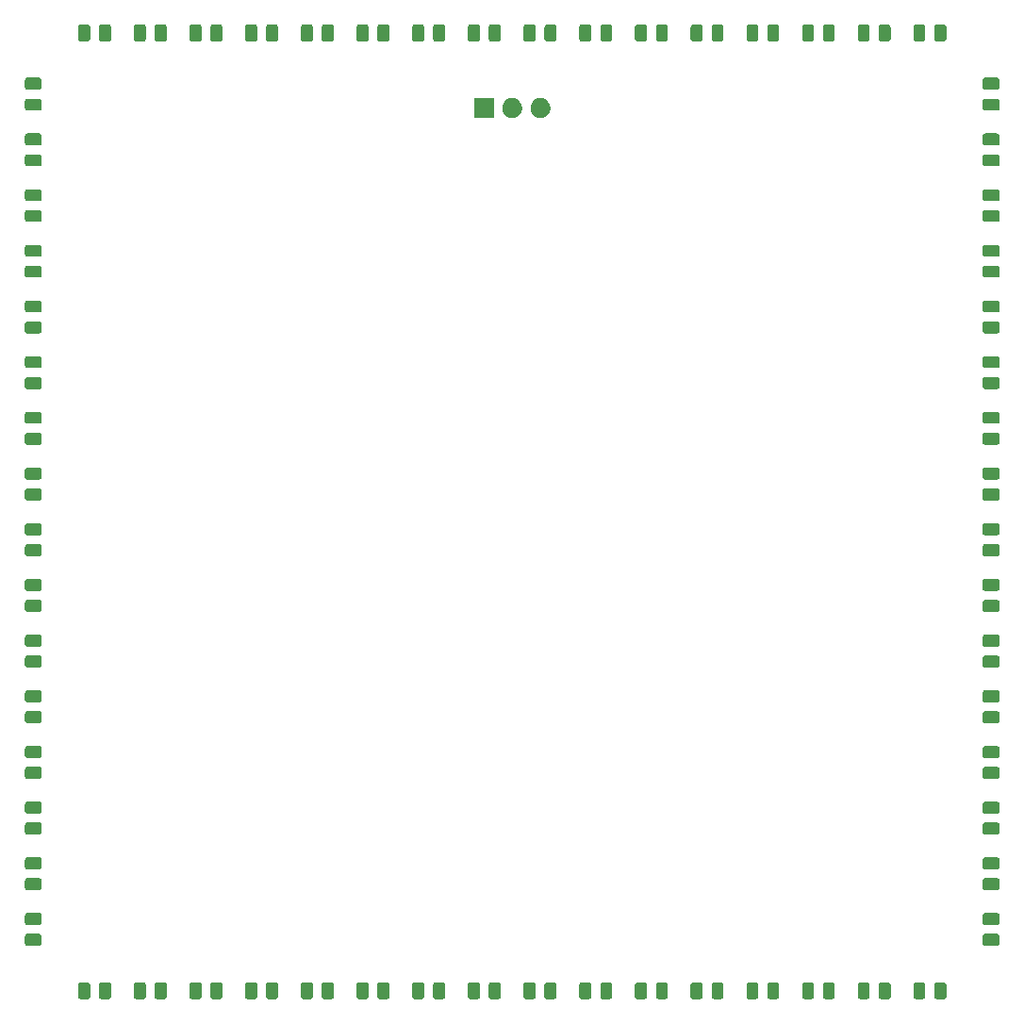
<source format=gbr>
G04 #@! TF.GenerationSoftware,KiCad,Pcbnew,(5.1.6)-1*
G04 #@! TF.CreationDate,2020-12-31T12:37:09+01:00*
G04 #@! TF.ProjectId,XY_LED,58595f4c-4544-42e6-9b69-6361645f7063,rev?*
G04 #@! TF.SameCoordinates,Original*
G04 #@! TF.FileFunction,Soldermask,Bot*
G04 #@! TF.FilePolarity,Negative*
%FSLAX46Y46*%
G04 Gerber Fmt 4.6, Leading zero omitted, Abs format (unit mm)*
G04 Created by KiCad (PCBNEW (5.1.6)-1) date 2020-12-31 12:37:09*
%MOMM*%
%LPD*%
G01*
G04 APERTURE LIST*
%ADD10C,0.100000*%
G04 APERTURE END LIST*
D10*
G36*
X81934468Y-142253565D02*
G01*
X81973138Y-142265296D01*
X82008777Y-142284346D01*
X82040017Y-142309983D01*
X82065654Y-142341223D01*
X82084704Y-142376862D01*
X82096435Y-142415532D01*
X82101000Y-142461888D01*
X82101000Y-143538112D01*
X82096435Y-143584468D01*
X82084704Y-143623138D01*
X82065654Y-143658777D01*
X82040017Y-143690017D01*
X82008777Y-143715654D01*
X81973138Y-143734704D01*
X81934468Y-143746435D01*
X81888112Y-143751000D01*
X81236888Y-143751000D01*
X81190532Y-143746435D01*
X81151862Y-143734704D01*
X81116223Y-143715654D01*
X81084983Y-143690017D01*
X81059346Y-143658777D01*
X81040296Y-143623138D01*
X81028565Y-143584468D01*
X81024000Y-143538112D01*
X81024000Y-142461888D01*
X81028565Y-142415532D01*
X81040296Y-142376862D01*
X81059346Y-142341223D01*
X81084983Y-142309983D01*
X81116223Y-142284346D01*
X81151862Y-142265296D01*
X81190532Y-142253565D01*
X81236888Y-142249000D01*
X81888112Y-142249000D01*
X81934468Y-142253565D01*
G37*
G36*
X108809468Y-142253565D02*
G01*
X108848138Y-142265296D01*
X108883777Y-142284346D01*
X108915017Y-142309983D01*
X108940654Y-142341223D01*
X108959704Y-142376862D01*
X108971435Y-142415532D01*
X108976000Y-142461888D01*
X108976000Y-143538112D01*
X108971435Y-143584468D01*
X108959704Y-143623138D01*
X108940654Y-143658777D01*
X108915017Y-143690017D01*
X108883777Y-143715654D01*
X108848138Y-143734704D01*
X108809468Y-143746435D01*
X108763112Y-143751000D01*
X108111888Y-143751000D01*
X108065532Y-143746435D01*
X108026862Y-143734704D01*
X107991223Y-143715654D01*
X107959983Y-143690017D01*
X107934346Y-143658777D01*
X107915296Y-143623138D01*
X107903565Y-143584468D01*
X107899000Y-143538112D01*
X107899000Y-142461888D01*
X107903565Y-142415532D01*
X107915296Y-142376862D01*
X107934346Y-142341223D01*
X107959983Y-142309983D01*
X107991223Y-142284346D01*
X108026862Y-142265296D01*
X108065532Y-142253565D01*
X108111888Y-142249000D01*
X108763112Y-142249000D01*
X108809468Y-142253565D01*
G37*
G36*
X101934468Y-142253565D02*
G01*
X101973138Y-142265296D01*
X102008777Y-142284346D01*
X102040017Y-142309983D01*
X102065654Y-142341223D01*
X102084704Y-142376862D01*
X102096435Y-142415532D01*
X102101000Y-142461888D01*
X102101000Y-143538112D01*
X102096435Y-143584468D01*
X102084704Y-143623138D01*
X102065654Y-143658777D01*
X102040017Y-143690017D01*
X102008777Y-143715654D01*
X101973138Y-143734704D01*
X101934468Y-143746435D01*
X101888112Y-143751000D01*
X101236888Y-143751000D01*
X101190532Y-143746435D01*
X101151862Y-143734704D01*
X101116223Y-143715654D01*
X101084983Y-143690017D01*
X101059346Y-143658777D01*
X101040296Y-143623138D01*
X101028565Y-143584468D01*
X101024000Y-143538112D01*
X101024000Y-142461888D01*
X101028565Y-142415532D01*
X101040296Y-142376862D01*
X101059346Y-142341223D01*
X101084983Y-142309983D01*
X101116223Y-142284346D01*
X101151862Y-142265296D01*
X101190532Y-142253565D01*
X101236888Y-142249000D01*
X101888112Y-142249000D01*
X101934468Y-142253565D01*
G37*
G36*
X103809468Y-142253565D02*
G01*
X103848138Y-142265296D01*
X103883777Y-142284346D01*
X103915017Y-142309983D01*
X103940654Y-142341223D01*
X103959704Y-142376862D01*
X103971435Y-142415532D01*
X103976000Y-142461888D01*
X103976000Y-143538112D01*
X103971435Y-143584468D01*
X103959704Y-143623138D01*
X103940654Y-143658777D01*
X103915017Y-143690017D01*
X103883777Y-143715654D01*
X103848138Y-143734704D01*
X103809468Y-143746435D01*
X103763112Y-143751000D01*
X103111888Y-143751000D01*
X103065532Y-143746435D01*
X103026862Y-143734704D01*
X102991223Y-143715654D01*
X102959983Y-143690017D01*
X102934346Y-143658777D01*
X102915296Y-143623138D01*
X102903565Y-143584468D01*
X102899000Y-143538112D01*
X102899000Y-142461888D01*
X102903565Y-142415532D01*
X102915296Y-142376862D01*
X102934346Y-142341223D01*
X102959983Y-142309983D01*
X102991223Y-142284346D01*
X103026862Y-142265296D01*
X103065532Y-142253565D01*
X103111888Y-142249000D01*
X103763112Y-142249000D01*
X103809468Y-142253565D01*
G37*
G36*
X96934468Y-142253565D02*
G01*
X96973138Y-142265296D01*
X97008777Y-142284346D01*
X97040017Y-142309983D01*
X97065654Y-142341223D01*
X97084704Y-142376862D01*
X97096435Y-142415532D01*
X97101000Y-142461888D01*
X97101000Y-143538112D01*
X97096435Y-143584468D01*
X97084704Y-143623138D01*
X97065654Y-143658777D01*
X97040017Y-143690017D01*
X97008777Y-143715654D01*
X96973138Y-143734704D01*
X96934468Y-143746435D01*
X96888112Y-143751000D01*
X96236888Y-143751000D01*
X96190532Y-143746435D01*
X96151862Y-143734704D01*
X96116223Y-143715654D01*
X96084983Y-143690017D01*
X96059346Y-143658777D01*
X96040296Y-143623138D01*
X96028565Y-143584468D01*
X96024000Y-143538112D01*
X96024000Y-142461888D01*
X96028565Y-142415532D01*
X96040296Y-142376862D01*
X96059346Y-142341223D01*
X96084983Y-142309983D01*
X96116223Y-142284346D01*
X96151862Y-142265296D01*
X96190532Y-142253565D01*
X96236888Y-142249000D01*
X96888112Y-142249000D01*
X96934468Y-142253565D01*
G37*
G36*
X98809468Y-142253565D02*
G01*
X98848138Y-142265296D01*
X98883777Y-142284346D01*
X98915017Y-142309983D01*
X98940654Y-142341223D01*
X98959704Y-142376862D01*
X98971435Y-142415532D01*
X98976000Y-142461888D01*
X98976000Y-143538112D01*
X98971435Y-143584468D01*
X98959704Y-143623138D01*
X98940654Y-143658777D01*
X98915017Y-143690017D01*
X98883777Y-143715654D01*
X98848138Y-143734704D01*
X98809468Y-143746435D01*
X98763112Y-143751000D01*
X98111888Y-143751000D01*
X98065532Y-143746435D01*
X98026862Y-143734704D01*
X97991223Y-143715654D01*
X97959983Y-143690017D01*
X97934346Y-143658777D01*
X97915296Y-143623138D01*
X97903565Y-143584468D01*
X97899000Y-143538112D01*
X97899000Y-142461888D01*
X97903565Y-142415532D01*
X97915296Y-142376862D01*
X97934346Y-142341223D01*
X97959983Y-142309983D01*
X97991223Y-142284346D01*
X98026862Y-142265296D01*
X98065532Y-142253565D01*
X98111888Y-142249000D01*
X98763112Y-142249000D01*
X98809468Y-142253565D01*
G37*
G36*
X91934468Y-142253565D02*
G01*
X91973138Y-142265296D01*
X92008777Y-142284346D01*
X92040017Y-142309983D01*
X92065654Y-142341223D01*
X92084704Y-142376862D01*
X92096435Y-142415532D01*
X92101000Y-142461888D01*
X92101000Y-143538112D01*
X92096435Y-143584468D01*
X92084704Y-143623138D01*
X92065654Y-143658777D01*
X92040017Y-143690017D01*
X92008777Y-143715654D01*
X91973138Y-143734704D01*
X91934468Y-143746435D01*
X91888112Y-143751000D01*
X91236888Y-143751000D01*
X91190532Y-143746435D01*
X91151862Y-143734704D01*
X91116223Y-143715654D01*
X91084983Y-143690017D01*
X91059346Y-143658777D01*
X91040296Y-143623138D01*
X91028565Y-143584468D01*
X91024000Y-143538112D01*
X91024000Y-142461888D01*
X91028565Y-142415532D01*
X91040296Y-142376862D01*
X91059346Y-142341223D01*
X91084983Y-142309983D01*
X91116223Y-142284346D01*
X91151862Y-142265296D01*
X91190532Y-142253565D01*
X91236888Y-142249000D01*
X91888112Y-142249000D01*
X91934468Y-142253565D01*
G37*
G36*
X93809468Y-142253565D02*
G01*
X93848138Y-142265296D01*
X93883777Y-142284346D01*
X93915017Y-142309983D01*
X93940654Y-142341223D01*
X93959704Y-142376862D01*
X93971435Y-142415532D01*
X93976000Y-142461888D01*
X93976000Y-143538112D01*
X93971435Y-143584468D01*
X93959704Y-143623138D01*
X93940654Y-143658777D01*
X93915017Y-143690017D01*
X93883777Y-143715654D01*
X93848138Y-143734704D01*
X93809468Y-143746435D01*
X93763112Y-143751000D01*
X93111888Y-143751000D01*
X93065532Y-143746435D01*
X93026862Y-143734704D01*
X92991223Y-143715654D01*
X92959983Y-143690017D01*
X92934346Y-143658777D01*
X92915296Y-143623138D01*
X92903565Y-143584468D01*
X92899000Y-143538112D01*
X92899000Y-142461888D01*
X92903565Y-142415532D01*
X92915296Y-142376862D01*
X92934346Y-142341223D01*
X92959983Y-142309983D01*
X92991223Y-142284346D01*
X93026862Y-142265296D01*
X93065532Y-142253565D01*
X93111888Y-142249000D01*
X93763112Y-142249000D01*
X93809468Y-142253565D01*
G37*
G36*
X86934468Y-142253565D02*
G01*
X86973138Y-142265296D01*
X87008777Y-142284346D01*
X87040017Y-142309983D01*
X87065654Y-142341223D01*
X87084704Y-142376862D01*
X87096435Y-142415532D01*
X87101000Y-142461888D01*
X87101000Y-143538112D01*
X87096435Y-143584468D01*
X87084704Y-143623138D01*
X87065654Y-143658777D01*
X87040017Y-143690017D01*
X87008777Y-143715654D01*
X86973138Y-143734704D01*
X86934468Y-143746435D01*
X86888112Y-143751000D01*
X86236888Y-143751000D01*
X86190532Y-143746435D01*
X86151862Y-143734704D01*
X86116223Y-143715654D01*
X86084983Y-143690017D01*
X86059346Y-143658777D01*
X86040296Y-143623138D01*
X86028565Y-143584468D01*
X86024000Y-143538112D01*
X86024000Y-142461888D01*
X86028565Y-142415532D01*
X86040296Y-142376862D01*
X86059346Y-142341223D01*
X86084983Y-142309983D01*
X86116223Y-142284346D01*
X86151862Y-142265296D01*
X86190532Y-142253565D01*
X86236888Y-142249000D01*
X86888112Y-142249000D01*
X86934468Y-142253565D01*
G37*
G36*
X61934468Y-142253565D02*
G01*
X61973138Y-142265296D01*
X62008777Y-142284346D01*
X62040017Y-142309983D01*
X62065654Y-142341223D01*
X62084704Y-142376862D01*
X62096435Y-142415532D01*
X62101000Y-142461888D01*
X62101000Y-143538112D01*
X62096435Y-143584468D01*
X62084704Y-143623138D01*
X62065654Y-143658777D01*
X62040017Y-143690017D01*
X62008777Y-143715654D01*
X61973138Y-143734704D01*
X61934468Y-143746435D01*
X61888112Y-143751000D01*
X61236888Y-143751000D01*
X61190532Y-143746435D01*
X61151862Y-143734704D01*
X61116223Y-143715654D01*
X61084983Y-143690017D01*
X61059346Y-143658777D01*
X61040296Y-143623138D01*
X61028565Y-143584468D01*
X61024000Y-143538112D01*
X61024000Y-142461888D01*
X61028565Y-142415532D01*
X61040296Y-142376862D01*
X61059346Y-142341223D01*
X61084983Y-142309983D01*
X61116223Y-142284346D01*
X61151862Y-142265296D01*
X61190532Y-142253565D01*
X61236888Y-142249000D01*
X61888112Y-142249000D01*
X61934468Y-142253565D01*
G37*
G36*
X83809468Y-142253565D02*
G01*
X83848138Y-142265296D01*
X83883777Y-142284346D01*
X83915017Y-142309983D01*
X83940654Y-142341223D01*
X83959704Y-142376862D01*
X83971435Y-142415532D01*
X83976000Y-142461888D01*
X83976000Y-143538112D01*
X83971435Y-143584468D01*
X83959704Y-143623138D01*
X83940654Y-143658777D01*
X83915017Y-143690017D01*
X83883777Y-143715654D01*
X83848138Y-143734704D01*
X83809468Y-143746435D01*
X83763112Y-143751000D01*
X83111888Y-143751000D01*
X83065532Y-143746435D01*
X83026862Y-143734704D01*
X82991223Y-143715654D01*
X82959983Y-143690017D01*
X82934346Y-143658777D01*
X82915296Y-143623138D01*
X82903565Y-143584468D01*
X82899000Y-143538112D01*
X82899000Y-142461888D01*
X82903565Y-142415532D01*
X82915296Y-142376862D01*
X82934346Y-142341223D01*
X82959983Y-142309983D01*
X82991223Y-142284346D01*
X83026862Y-142265296D01*
X83065532Y-142253565D01*
X83111888Y-142249000D01*
X83763112Y-142249000D01*
X83809468Y-142253565D01*
G37*
G36*
X76934468Y-142253565D02*
G01*
X76973138Y-142265296D01*
X77008777Y-142284346D01*
X77040017Y-142309983D01*
X77065654Y-142341223D01*
X77084704Y-142376862D01*
X77096435Y-142415532D01*
X77101000Y-142461888D01*
X77101000Y-143538112D01*
X77096435Y-143584468D01*
X77084704Y-143623138D01*
X77065654Y-143658777D01*
X77040017Y-143690017D01*
X77008777Y-143715654D01*
X76973138Y-143734704D01*
X76934468Y-143746435D01*
X76888112Y-143751000D01*
X76236888Y-143751000D01*
X76190532Y-143746435D01*
X76151862Y-143734704D01*
X76116223Y-143715654D01*
X76084983Y-143690017D01*
X76059346Y-143658777D01*
X76040296Y-143623138D01*
X76028565Y-143584468D01*
X76024000Y-143538112D01*
X76024000Y-142461888D01*
X76028565Y-142415532D01*
X76040296Y-142376862D01*
X76059346Y-142341223D01*
X76084983Y-142309983D01*
X76116223Y-142284346D01*
X76151862Y-142265296D01*
X76190532Y-142253565D01*
X76236888Y-142249000D01*
X76888112Y-142249000D01*
X76934468Y-142253565D01*
G37*
G36*
X78809468Y-142253565D02*
G01*
X78848138Y-142265296D01*
X78883777Y-142284346D01*
X78915017Y-142309983D01*
X78940654Y-142341223D01*
X78959704Y-142376862D01*
X78971435Y-142415532D01*
X78976000Y-142461888D01*
X78976000Y-143538112D01*
X78971435Y-143584468D01*
X78959704Y-143623138D01*
X78940654Y-143658777D01*
X78915017Y-143690017D01*
X78883777Y-143715654D01*
X78848138Y-143734704D01*
X78809468Y-143746435D01*
X78763112Y-143751000D01*
X78111888Y-143751000D01*
X78065532Y-143746435D01*
X78026862Y-143734704D01*
X77991223Y-143715654D01*
X77959983Y-143690017D01*
X77934346Y-143658777D01*
X77915296Y-143623138D01*
X77903565Y-143584468D01*
X77899000Y-143538112D01*
X77899000Y-142461888D01*
X77903565Y-142415532D01*
X77915296Y-142376862D01*
X77934346Y-142341223D01*
X77959983Y-142309983D01*
X77991223Y-142284346D01*
X78026862Y-142265296D01*
X78065532Y-142253565D01*
X78111888Y-142249000D01*
X78763112Y-142249000D01*
X78809468Y-142253565D01*
G37*
G36*
X71934468Y-142253565D02*
G01*
X71973138Y-142265296D01*
X72008777Y-142284346D01*
X72040017Y-142309983D01*
X72065654Y-142341223D01*
X72084704Y-142376862D01*
X72096435Y-142415532D01*
X72101000Y-142461888D01*
X72101000Y-143538112D01*
X72096435Y-143584468D01*
X72084704Y-143623138D01*
X72065654Y-143658777D01*
X72040017Y-143690017D01*
X72008777Y-143715654D01*
X71973138Y-143734704D01*
X71934468Y-143746435D01*
X71888112Y-143751000D01*
X71236888Y-143751000D01*
X71190532Y-143746435D01*
X71151862Y-143734704D01*
X71116223Y-143715654D01*
X71084983Y-143690017D01*
X71059346Y-143658777D01*
X71040296Y-143623138D01*
X71028565Y-143584468D01*
X71024000Y-143538112D01*
X71024000Y-142461888D01*
X71028565Y-142415532D01*
X71040296Y-142376862D01*
X71059346Y-142341223D01*
X71084983Y-142309983D01*
X71116223Y-142284346D01*
X71151862Y-142265296D01*
X71190532Y-142253565D01*
X71236888Y-142249000D01*
X71888112Y-142249000D01*
X71934468Y-142253565D01*
G37*
G36*
X73809468Y-142253565D02*
G01*
X73848138Y-142265296D01*
X73883777Y-142284346D01*
X73915017Y-142309983D01*
X73940654Y-142341223D01*
X73959704Y-142376862D01*
X73971435Y-142415532D01*
X73976000Y-142461888D01*
X73976000Y-143538112D01*
X73971435Y-143584468D01*
X73959704Y-143623138D01*
X73940654Y-143658777D01*
X73915017Y-143690017D01*
X73883777Y-143715654D01*
X73848138Y-143734704D01*
X73809468Y-143746435D01*
X73763112Y-143751000D01*
X73111888Y-143751000D01*
X73065532Y-143746435D01*
X73026862Y-143734704D01*
X72991223Y-143715654D01*
X72959983Y-143690017D01*
X72934346Y-143658777D01*
X72915296Y-143623138D01*
X72903565Y-143584468D01*
X72899000Y-143538112D01*
X72899000Y-142461888D01*
X72903565Y-142415532D01*
X72915296Y-142376862D01*
X72934346Y-142341223D01*
X72959983Y-142309983D01*
X72991223Y-142284346D01*
X73026862Y-142265296D01*
X73065532Y-142253565D01*
X73111888Y-142249000D01*
X73763112Y-142249000D01*
X73809468Y-142253565D01*
G37*
G36*
X66934468Y-142253565D02*
G01*
X66973138Y-142265296D01*
X67008777Y-142284346D01*
X67040017Y-142309983D01*
X67065654Y-142341223D01*
X67084704Y-142376862D01*
X67096435Y-142415532D01*
X67101000Y-142461888D01*
X67101000Y-143538112D01*
X67096435Y-143584468D01*
X67084704Y-143623138D01*
X67065654Y-143658777D01*
X67040017Y-143690017D01*
X67008777Y-143715654D01*
X66973138Y-143734704D01*
X66934468Y-143746435D01*
X66888112Y-143751000D01*
X66236888Y-143751000D01*
X66190532Y-143746435D01*
X66151862Y-143734704D01*
X66116223Y-143715654D01*
X66084983Y-143690017D01*
X66059346Y-143658777D01*
X66040296Y-143623138D01*
X66028565Y-143584468D01*
X66024000Y-143538112D01*
X66024000Y-142461888D01*
X66028565Y-142415532D01*
X66040296Y-142376862D01*
X66059346Y-142341223D01*
X66084983Y-142309983D01*
X66116223Y-142284346D01*
X66151862Y-142265296D01*
X66190532Y-142253565D01*
X66236888Y-142249000D01*
X66888112Y-142249000D01*
X66934468Y-142253565D01*
G37*
G36*
X123809468Y-142253565D02*
G01*
X123848138Y-142265296D01*
X123883777Y-142284346D01*
X123915017Y-142309983D01*
X123940654Y-142341223D01*
X123959704Y-142376862D01*
X123971435Y-142415532D01*
X123976000Y-142461888D01*
X123976000Y-143538112D01*
X123971435Y-143584468D01*
X123959704Y-143623138D01*
X123940654Y-143658777D01*
X123915017Y-143690017D01*
X123883777Y-143715654D01*
X123848138Y-143734704D01*
X123809468Y-143746435D01*
X123763112Y-143751000D01*
X123111888Y-143751000D01*
X123065532Y-143746435D01*
X123026862Y-143734704D01*
X122991223Y-143715654D01*
X122959983Y-143690017D01*
X122934346Y-143658777D01*
X122915296Y-143623138D01*
X122903565Y-143584468D01*
X122899000Y-143538112D01*
X122899000Y-142461888D01*
X122903565Y-142415532D01*
X122915296Y-142376862D01*
X122934346Y-142341223D01*
X122959983Y-142309983D01*
X122991223Y-142284346D01*
X123026862Y-142265296D01*
X123065532Y-142253565D01*
X123111888Y-142249000D01*
X123763112Y-142249000D01*
X123809468Y-142253565D01*
G37*
G36*
X113809468Y-142253565D02*
G01*
X113848138Y-142265296D01*
X113883777Y-142284346D01*
X113915017Y-142309983D01*
X113940654Y-142341223D01*
X113959704Y-142376862D01*
X113971435Y-142415532D01*
X113976000Y-142461888D01*
X113976000Y-143538112D01*
X113971435Y-143584468D01*
X113959704Y-143623138D01*
X113940654Y-143658777D01*
X113915017Y-143690017D01*
X113883777Y-143715654D01*
X113848138Y-143734704D01*
X113809468Y-143746435D01*
X113763112Y-143751000D01*
X113111888Y-143751000D01*
X113065532Y-143746435D01*
X113026862Y-143734704D01*
X112991223Y-143715654D01*
X112959983Y-143690017D01*
X112934346Y-143658777D01*
X112915296Y-143623138D01*
X112903565Y-143584468D01*
X112899000Y-143538112D01*
X112899000Y-142461888D01*
X112903565Y-142415532D01*
X112915296Y-142376862D01*
X112934346Y-142341223D01*
X112959983Y-142309983D01*
X112991223Y-142284346D01*
X113026862Y-142265296D01*
X113065532Y-142253565D01*
X113111888Y-142249000D01*
X113763112Y-142249000D01*
X113809468Y-142253565D01*
G37*
G36*
X88809468Y-142253565D02*
G01*
X88848138Y-142265296D01*
X88883777Y-142284346D01*
X88915017Y-142309983D01*
X88940654Y-142341223D01*
X88959704Y-142376862D01*
X88971435Y-142415532D01*
X88976000Y-142461888D01*
X88976000Y-143538112D01*
X88971435Y-143584468D01*
X88959704Y-143623138D01*
X88940654Y-143658777D01*
X88915017Y-143690017D01*
X88883777Y-143715654D01*
X88848138Y-143734704D01*
X88809468Y-143746435D01*
X88763112Y-143751000D01*
X88111888Y-143751000D01*
X88065532Y-143746435D01*
X88026862Y-143734704D01*
X87991223Y-143715654D01*
X87959983Y-143690017D01*
X87934346Y-143658777D01*
X87915296Y-143623138D01*
X87903565Y-143584468D01*
X87899000Y-143538112D01*
X87899000Y-142461888D01*
X87903565Y-142415532D01*
X87915296Y-142376862D01*
X87934346Y-142341223D01*
X87959983Y-142309983D01*
X87991223Y-142284346D01*
X88026862Y-142265296D01*
X88065532Y-142253565D01*
X88111888Y-142249000D01*
X88763112Y-142249000D01*
X88809468Y-142253565D01*
G37*
G36*
X63809468Y-142253565D02*
G01*
X63848138Y-142265296D01*
X63883777Y-142284346D01*
X63915017Y-142309983D01*
X63940654Y-142341223D01*
X63959704Y-142376862D01*
X63971435Y-142415532D01*
X63976000Y-142461888D01*
X63976000Y-143538112D01*
X63971435Y-143584468D01*
X63959704Y-143623138D01*
X63940654Y-143658777D01*
X63915017Y-143690017D01*
X63883777Y-143715654D01*
X63848138Y-143734704D01*
X63809468Y-143746435D01*
X63763112Y-143751000D01*
X63111888Y-143751000D01*
X63065532Y-143746435D01*
X63026862Y-143734704D01*
X62991223Y-143715654D01*
X62959983Y-143690017D01*
X62934346Y-143658777D01*
X62915296Y-143623138D01*
X62903565Y-143584468D01*
X62899000Y-143538112D01*
X62899000Y-142461888D01*
X62903565Y-142415532D01*
X62915296Y-142376862D01*
X62934346Y-142341223D01*
X62959983Y-142309983D01*
X62991223Y-142284346D01*
X63026862Y-142265296D01*
X63065532Y-142253565D01*
X63111888Y-142249000D01*
X63763112Y-142249000D01*
X63809468Y-142253565D01*
G37*
G36*
X106934468Y-142253565D02*
G01*
X106973138Y-142265296D01*
X107008777Y-142284346D01*
X107040017Y-142309983D01*
X107065654Y-142341223D01*
X107084704Y-142376862D01*
X107096435Y-142415532D01*
X107101000Y-142461888D01*
X107101000Y-143538112D01*
X107096435Y-143584468D01*
X107084704Y-143623138D01*
X107065654Y-143658777D01*
X107040017Y-143690017D01*
X107008777Y-143715654D01*
X106973138Y-143734704D01*
X106934468Y-143746435D01*
X106888112Y-143751000D01*
X106236888Y-143751000D01*
X106190532Y-143746435D01*
X106151862Y-143734704D01*
X106116223Y-143715654D01*
X106084983Y-143690017D01*
X106059346Y-143658777D01*
X106040296Y-143623138D01*
X106028565Y-143584468D01*
X106024000Y-143538112D01*
X106024000Y-142461888D01*
X106028565Y-142415532D01*
X106040296Y-142376862D01*
X106059346Y-142341223D01*
X106084983Y-142309983D01*
X106116223Y-142284346D01*
X106151862Y-142265296D01*
X106190532Y-142253565D01*
X106236888Y-142249000D01*
X106888112Y-142249000D01*
X106934468Y-142253565D01*
G37*
G36*
X111934468Y-142253565D02*
G01*
X111973138Y-142265296D01*
X112008777Y-142284346D01*
X112040017Y-142309983D01*
X112065654Y-142341223D01*
X112084704Y-142376862D01*
X112096435Y-142415532D01*
X112101000Y-142461888D01*
X112101000Y-143538112D01*
X112096435Y-143584468D01*
X112084704Y-143623138D01*
X112065654Y-143658777D01*
X112040017Y-143690017D01*
X112008777Y-143715654D01*
X111973138Y-143734704D01*
X111934468Y-143746435D01*
X111888112Y-143751000D01*
X111236888Y-143751000D01*
X111190532Y-143746435D01*
X111151862Y-143734704D01*
X111116223Y-143715654D01*
X111084983Y-143690017D01*
X111059346Y-143658777D01*
X111040296Y-143623138D01*
X111028565Y-143584468D01*
X111024000Y-143538112D01*
X111024000Y-142461888D01*
X111028565Y-142415532D01*
X111040296Y-142376862D01*
X111059346Y-142341223D01*
X111084983Y-142309983D01*
X111116223Y-142284346D01*
X111151862Y-142265296D01*
X111190532Y-142253565D01*
X111236888Y-142249000D01*
X111888112Y-142249000D01*
X111934468Y-142253565D01*
G37*
G36*
X118809468Y-142253565D02*
G01*
X118848138Y-142265296D01*
X118883777Y-142284346D01*
X118915017Y-142309983D01*
X118940654Y-142341223D01*
X118959704Y-142376862D01*
X118971435Y-142415532D01*
X118976000Y-142461888D01*
X118976000Y-143538112D01*
X118971435Y-143584468D01*
X118959704Y-143623138D01*
X118940654Y-143658777D01*
X118915017Y-143690017D01*
X118883777Y-143715654D01*
X118848138Y-143734704D01*
X118809468Y-143746435D01*
X118763112Y-143751000D01*
X118111888Y-143751000D01*
X118065532Y-143746435D01*
X118026862Y-143734704D01*
X117991223Y-143715654D01*
X117959983Y-143690017D01*
X117934346Y-143658777D01*
X117915296Y-143623138D01*
X117903565Y-143584468D01*
X117899000Y-143538112D01*
X117899000Y-142461888D01*
X117903565Y-142415532D01*
X117915296Y-142376862D01*
X117934346Y-142341223D01*
X117959983Y-142309983D01*
X117991223Y-142284346D01*
X118026862Y-142265296D01*
X118065532Y-142253565D01*
X118111888Y-142249000D01*
X118763112Y-142249000D01*
X118809468Y-142253565D01*
G37*
G36*
X138809468Y-142253565D02*
G01*
X138848138Y-142265296D01*
X138883777Y-142284346D01*
X138915017Y-142309983D01*
X138940654Y-142341223D01*
X138959704Y-142376862D01*
X138971435Y-142415532D01*
X138976000Y-142461888D01*
X138976000Y-143538112D01*
X138971435Y-143584468D01*
X138959704Y-143623138D01*
X138940654Y-143658777D01*
X138915017Y-143690017D01*
X138883777Y-143715654D01*
X138848138Y-143734704D01*
X138809468Y-143746435D01*
X138763112Y-143751000D01*
X138111888Y-143751000D01*
X138065532Y-143746435D01*
X138026862Y-143734704D01*
X137991223Y-143715654D01*
X137959983Y-143690017D01*
X137934346Y-143658777D01*
X137915296Y-143623138D01*
X137903565Y-143584468D01*
X137899000Y-143538112D01*
X137899000Y-142461888D01*
X137903565Y-142415532D01*
X137915296Y-142376862D01*
X137934346Y-142341223D01*
X137959983Y-142309983D01*
X137991223Y-142284346D01*
X138026862Y-142265296D01*
X138065532Y-142253565D01*
X138111888Y-142249000D01*
X138763112Y-142249000D01*
X138809468Y-142253565D01*
G37*
G36*
X116934468Y-142253565D02*
G01*
X116973138Y-142265296D01*
X117008777Y-142284346D01*
X117040017Y-142309983D01*
X117065654Y-142341223D01*
X117084704Y-142376862D01*
X117096435Y-142415532D01*
X117101000Y-142461888D01*
X117101000Y-143538112D01*
X117096435Y-143584468D01*
X117084704Y-143623138D01*
X117065654Y-143658777D01*
X117040017Y-143690017D01*
X117008777Y-143715654D01*
X116973138Y-143734704D01*
X116934468Y-143746435D01*
X116888112Y-143751000D01*
X116236888Y-143751000D01*
X116190532Y-143746435D01*
X116151862Y-143734704D01*
X116116223Y-143715654D01*
X116084983Y-143690017D01*
X116059346Y-143658777D01*
X116040296Y-143623138D01*
X116028565Y-143584468D01*
X116024000Y-143538112D01*
X116024000Y-142461888D01*
X116028565Y-142415532D01*
X116040296Y-142376862D01*
X116059346Y-142341223D01*
X116084983Y-142309983D01*
X116116223Y-142284346D01*
X116151862Y-142265296D01*
X116190532Y-142253565D01*
X116236888Y-142249000D01*
X116888112Y-142249000D01*
X116934468Y-142253565D01*
G37*
G36*
X68809468Y-142253565D02*
G01*
X68848138Y-142265296D01*
X68883777Y-142284346D01*
X68915017Y-142309983D01*
X68940654Y-142341223D01*
X68959704Y-142376862D01*
X68971435Y-142415532D01*
X68976000Y-142461888D01*
X68976000Y-143538112D01*
X68971435Y-143584468D01*
X68959704Y-143623138D01*
X68940654Y-143658777D01*
X68915017Y-143690017D01*
X68883777Y-143715654D01*
X68848138Y-143734704D01*
X68809468Y-143746435D01*
X68763112Y-143751000D01*
X68111888Y-143751000D01*
X68065532Y-143746435D01*
X68026862Y-143734704D01*
X67991223Y-143715654D01*
X67959983Y-143690017D01*
X67934346Y-143658777D01*
X67915296Y-143623138D01*
X67903565Y-143584468D01*
X67899000Y-143538112D01*
X67899000Y-142461888D01*
X67903565Y-142415532D01*
X67915296Y-142376862D01*
X67934346Y-142341223D01*
X67959983Y-142309983D01*
X67991223Y-142284346D01*
X68026862Y-142265296D01*
X68065532Y-142253565D01*
X68111888Y-142249000D01*
X68763112Y-142249000D01*
X68809468Y-142253565D01*
G37*
G36*
X121934468Y-142253565D02*
G01*
X121973138Y-142265296D01*
X122008777Y-142284346D01*
X122040017Y-142309983D01*
X122065654Y-142341223D01*
X122084704Y-142376862D01*
X122096435Y-142415532D01*
X122101000Y-142461888D01*
X122101000Y-143538112D01*
X122096435Y-143584468D01*
X122084704Y-143623138D01*
X122065654Y-143658777D01*
X122040017Y-143690017D01*
X122008777Y-143715654D01*
X121973138Y-143734704D01*
X121934468Y-143746435D01*
X121888112Y-143751000D01*
X121236888Y-143751000D01*
X121190532Y-143746435D01*
X121151862Y-143734704D01*
X121116223Y-143715654D01*
X121084983Y-143690017D01*
X121059346Y-143658777D01*
X121040296Y-143623138D01*
X121028565Y-143584468D01*
X121024000Y-143538112D01*
X121024000Y-142461888D01*
X121028565Y-142415532D01*
X121040296Y-142376862D01*
X121059346Y-142341223D01*
X121084983Y-142309983D01*
X121116223Y-142284346D01*
X121151862Y-142265296D01*
X121190532Y-142253565D01*
X121236888Y-142249000D01*
X121888112Y-142249000D01*
X121934468Y-142253565D01*
G37*
G36*
X128809468Y-142253565D02*
G01*
X128848138Y-142265296D01*
X128883777Y-142284346D01*
X128915017Y-142309983D01*
X128940654Y-142341223D01*
X128959704Y-142376862D01*
X128971435Y-142415532D01*
X128976000Y-142461888D01*
X128976000Y-143538112D01*
X128971435Y-143584468D01*
X128959704Y-143623138D01*
X128940654Y-143658777D01*
X128915017Y-143690017D01*
X128883777Y-143715654D01*
X128848138Y-143734704D01*
X128809468Y-143746435D01*
X128763112Y-143751000D01*
X128111888Y-143751000D01*
X128065532Y-143746435D01*
X128026862Y-143734704D01*
X127991223Y-143715654D01*
X127959983Y-143690017D01*
X127934346Y-143658777D01*
X127915296Y-143623138D01*
X127903565Y-143584468D01*
X127899000Y-143538112D01*
X127899000Y-142461888D01*
X127903565Y-142415532D01*
X127915296Y-142376862D01*
X127934346Y-142341223D01*
X127959983Y-142309983D01*
X127991223Y-142284346D01*
X128026862Y-142265296D01*
X128065532Y-142253565D01*
X128111888Y-142249000D01*
X128763112Y-142249000D01*
X128809468Y-142253565D01*
G37*
G36*
X126934468Y-142253565D02*
G01*
X126973138Y-142265296D01*
X127008777Y-142284346D01*
X127040017Y-142309983D01*
X127065654Y-142341223D01*
X127084704Y-142376862D01*
X127096435Y-142415532D01*
X127101000Y-142461888D01*
X127101000Y-143538112D01*
X127096435Y-143584468D01*
X127084704Y-143623138D01*
X127065654Y-143658777D01*
X127040017Y-143690017D01*
X127008777Y-143715654D01*
X126973138Y-143734704D01*
X126934468Y-143746435D01*
X126888112Y-143751000D01*
X126236888Y-143751000D01*
X126190532Y-143746435D01*
X126151862Y-143734704D01*
X126116223Y-143715654D01*
X126084983Y-143690017D01*
X126059346Y-143658777D01*
X126040296Y-143623138D01*
X126028565Y-143584468D01*
X126024000Y-143538112D01*
X126024000Y-142461888D01*
X126028565Y-142415532D01*
X126040296Y-142376862D01*
X126059346Y-142341223D01*
X126084983Y-142309983D01*
X126116223Y-142284346D01*
X126151862Y-142265296D01*
X126190532Y-142253565D01*
X126236888Y-142249000D01*
X126888112Y-142249000D01*
X126934468Y-142253565D01*
G37*
G36*
X133809468Y-142253565D02*
G01*
X133848138Y-142265296D01*
X133883777Y-142284346D01*
X133915017Y-142309983D01*
X133940654Y-142341223D01*
X133959704Y-142376862D01*
X133971435Y-142415532D01*
X133976000Y-142461888D01*
X133976000Y-143538112D01*
X133971435Y-143584468D01*
X133959704Y-143623138D01*
X133940654Y-143658777D01*
X133915017Y-143690017D01*
X133883777Y-143715654D01*
X133848138Y-143734704D01*
X133809468Y-143746435D01*
X133763112Y-143751000D01*
X133111888Y-143751000D01*
X133065532Y-143746435D01*
X133026862Y-143734704D01*
X132991223Y-143715654D01*
X132959983Y-143690017D01*
X132934346Y-143658777D01*
X132915296Y-143623138D01*
X132903565Y-143584468D01*
X132899000Y-143538112D01*
X132899000Y-142461888D01*
X132903565Y-142415532D01*
X132915296Y-142376862D01*
X132934346Y-142341223D01*
X132959983Y-142309983D01*
X132991223Y-142284346D01*
X133026862Y-142265296D01*
X133065532Y-142253565D01*
X133111888Y-142249000D01*
X133763112Y-142249000D01*
X133809468Y-142253565D01*
G37*
G36*
X131934468Y-142253565D02*
G01*
X131973138Y-142265296D01*
X132008777Y-142284346D01*
X132040017Y-142309983D01*
X132065654Y-142341223D01*
X132084704Y-142376862D01*
X132096435Y-142415532D01*
X132101000Y-142461888D01*
X132101000Y-143538112D01*
X132096435Y-143584468D01*
X132084704Y-143623138D01*
X132065654Y-143658777D01*
X132040017Y-143690017D01*
X132008777Y-143715654D01*
X131973138Y-143734704D01*
X131934468Y-143746435D01*
X131888112Y-143751000D01*
X131236888Y-143751000D01*
X131190532Y-143746435D01*
X131151862Y-143734704D01*
X131116223Y-143715654D01*
X131084983Y-143690017D01*
X131059346Y-143658777D01*
X131040296Y-143623138D01*
X131028565Y-143584468D01*
X131024000Y-143538112D01*
X131024000Y-142461888D01*
X131028565Y-142415532D01*
X131040296Y-142376862D01*
X131059346Y-142341223D01*
X131084983Y-142309983D01*
X131116223Y-142284346D01*
X131151862Y-142265296D01*
X131190532Y-142253565D01*
X131236888Y-142249000D01*
X131888112Y-142249000D01*
X131934468Y-142253565D01*
G37*
G36*
X136934468Y-142253565D02*
G01*
X136973138Y-142265296D01*
X137008777Y-142284346D01*
X137040017Y-142309983D01*
X137065654Y-142341223D01*
X137084704Y-142376862D01*
X137096435Y-142415532D01*
X137101000Y-142461888D01*
X137101000Y-143538112D01*
X137096435Y-143584468D01*
X137084704Y-143623138D01*
X137065654Y-143658777D01*
X137040017Y-143690017D01*
X137008777Y-143715654D01*
X136973138Y-143734704D01*
X136934468Y-143746435D01*
X136888112Y-143751000D01*
X136236888Y-143751000D01*
X136190532Y-143746435D01*
X136151862Y-143734704D01*
X136116223Y-143715654D01*
X136084983Y-143690017D01*
X136059346Y-143658777D01*
X136040296Y-143623138D01*
X136028565Y-143584468D01*
X136024000Y-143538112D01*
X136024000Y-142461888D01*
X136028565Y-142415532D01*
X136040296Y-142376862D01*
X136059346Y-142341223D01*
X136084983Y-142309983D01*
X136116223Y-142284346D01*
X136151862Y-142265296D01*
X136190532Y-142253565D01*
X136236888Y-142249000D01*
X136888112Y-142249000D01*
X136934468Y-142253565D01*
G37*
G36*
X143584468Y-137903565D02*
G01*
X143623138Y-137915296D01*
X143658777Y-137934346D01*
X143690017Y-137959983D01*
X143715654Y-137991223D01*
X143734704Y-138026862D01*
X143746435Y-138065532D01*
X143751000Y-138111888D01*
X143751000Y-138763112D01*
X143746435Y-138809468D01*
X143734704Y-138848138D01*
X143715654Y-138883777D01*
X143690017Y-138915017D01*
X143658777Y-138940654D01*
X143623138Y-138959704D01*
X143584468Y-138971435D01*
X143538112Y-138976000D01*
X142461888Y-138976000D01*
X142415532Y-138971435D01*
X142376862Y-138959704D01*
X142341223Y-138940654D01*
X142309983Y-138915017D01*
X142284346Y-138883777D01*
X142265296Y-138848138D01*
X142253565Y-138809468D01*
X142249000Y-138763112D01*
X142249000Y-138111888D01*
X142253565Y-138065532D01*
X142265296Y-138026862D01*
X142284346Y-137991223D01*
X142309983Y-137959983D01*
X142341223Y-137934346D01*
X142376862Y-137915296D01*
X142415532Y-137903565D01*
X142461888Y-137899000D01*
X143538112Y-137899000D01*
X143584468Y-137903565D01*
G37*
G36*
X57584468Y-137903565D02*
G01*
X57623138Y-137915296D01*
X57658777Y-137934346D01*
X57690017Y-137959983D01*
X57715654Y-137991223D01*
X57734704Y-138026862D01*
X57746435Y-138065532D01*
X57751000Y-138111888D01*
X57751000Y-138763112D01*
X57746435Y-138809468D01*
X57734704Y-138848138D01*
X57715654Y-138883777D01*
X57690017Y-138915017D01*
X57658777Y-138940654D01*
X57623138Y-138959704D01*
X57584468Y-138971435D01*
X57538112Y-138976000D01*
X56461888Y-138976000D01*
X56415532Y-138971435D01*
X56376862Y-138959704D01*
X56341223Y-138940654D01*
X56309983Y-138915017D01*
X56284346Y-138883777D01*
X56265296Y-138848138D01*
X56253565Y-138809468D01*
X56249000Y-138763112D01*
X56249000Y-138111888D01*
X56253565Y-138065532D01*
X56265296Y-138026862D01*
X56284346Y-137991223D01*
X56309983Y-137959983D01*
X56341223Y-137934346D01*
X56376862Y-137915296D01*
X56415532Y-137903565D01*
X56461888Y-137899000D01*
X57538112Y-137899000D01*
X57584468Y-137903565D01*
G37*
G36*
X57584468Y-136028565D02*
G01*
X57623138Y-136040296D01*
X57658777Y-136059346D01*
X57690017Y-136084983D01*
X57715654Y-136116223D01*
X57734704Y-136151862D01*
X57746435Y-136190532D01*
X57751000Y-136236888D01*
X57751000Y-136888112D01*
X57746435Y-136934468D01*
X57734704Y-136973138D01*
X57715654Y-137008777D01*
X57690017Y-137040017D01*
X57658777Y-137065654D01*
X57623138Y-137084704D01*
X57584468Y-137096435D01*
X57538112Y-137101000D01*
X56461888Y-137101000D01*
X56415532Y-137096435D01*
X56376862Y-137084704D01*
X56341223Y-137065654D01*
X56309983Y-137040017D01*
X56284346Y-137008777D01*
X56265296Y-136973138D01*
X56253565Y-136934468D01*
X56249000Y-136888112D01*
X56249000Y-136236888D01*
X56253565Y-136190532D01*
X56265296Y-136151862D01*
X56284346Y-136116223D01*
X56309983Y-136084983D01*
X56341223Y-136059346D01*
X56376862Y-136040296D01*
X56415532Y-136028565D01*
X56461888Y-136024000D01*
X57538112Y-136024000D01*
X57584468Y-136028565D01*
G37*
G36*
X143584468Y-136028565D02*
G01*
X143623138Y-136040296D01*
X143658777Y-136059346D01*
X143690017Y-136084983D01*
X143715654Y-136116223D01*
X143734704Y-136151862D01*
X143746435Y-136190532D01*
X143751000Y-136236888D01*
X143751000Y-136888112D01*
X143746435Y-136934468D01*
X143734704Y-136973138D01*
X143715654Y-137008777D01*
X143690017Y-137040017D01*
X143658777Y-137065654D01*
X143623138Y-137084704D01*
X143584468Y-137096435D01*
X143538112Y-137101000D01*
X142461888Y-137101000D01*
X142415532Y-137096435D01*
X142376862Y-137084704D01*
X142341223Y-137065654D01*
X142309983Y-137040017D01*
X142284346Y-137008777D01*
X142265296Y-136973138D01*
X142253565Y-136934468D01*
X142249000Y-136888112D01*
X142249000Y-136236888D01*
X142253565Y-136190532D01*
X142265296Y-136151862D01*
X142284346Y-136116223D01*
X142309983Y-136084983D01*
X142341223Y-136059346D01*
X142376862Y-136040296D01*
X142415532Y-136028565D01*
X142461888Y-136024000D01*
X143538112Y-136024000D01*
X143584468Y-136028565D01*
G37*
G36*
X143584468Y-132903565D02*
G01*
X143623138Y-132915296D01*
X143658777Y-132934346D01*
X143690017Y-132959983D01*
X143715654Y-132991223D01*
X143734704Y-133026862D01*
X143746435Y-133065532D01*
X143751000Y-133111888D01*
X143751000Y-133763112D01*
X143746435Y-133809468D01*
X143734704Y-133848138D01*
X143715654Y-133883777D01*
X143690017Y-133915017D01*
X143658777Y-133940654D01*
X143623138Y-133959704D01*
X143584468Y-133971435D01*
X143538112Y-133976000D01*
X142461888Y-133976000D01*
X142415532Y-133971435D01*
X142376862Y-133959704D01*
X142341223Y-133940654D01*
X142309983Y-133915017D01*
X142284346Y-133883777D01*
X142265296Y-133848138D01*
X142253565Y-133809468D01*
X142249000Y-133763112D01*
X142249000Y-133111888D01*
X142253565Y-133065532D01*
X142265296Y-133026862D01*
X142284346Y-132991223D01*
X142309983Y-132959983D01*
X142341223Y-132934346D01*
X142376862Y-132915296D01*
X142415532Y-132903565D01*
X142461888Y-132899000D01*
X143538112Y-132899000D01*
X143584468Y-132903565D01*
G37*
G36*
X57584468Y-132903565D02*
G01*
X57623138Y-132915296D01*
X57658777Y-132934346D01*
X57690017Y-132959983D01*
X57715654Y-132991223D01*
X57734704Y-133026862D01*
X57746435Y-133065532D01*
X57751000Y-133111888D01*
X57751000Y-133763112D01*
X57746435Y-133809468D01*
X57734704Y-133848138D01*
X57715654Y-133883777D01*
X57690017Y-133915017D01*
X57658777Y-133940654D01*
X57623138Y-133959704D01*
X57584468Y-133971435D01*
X57538112Y-133976000D01*
X56461888Y-133976000D01*
X56415532Y-133971435D01*
X56376862Y-133959704D01*
X56341223Y-133940654D01*
X56309983Y-133915017D01*
X56284346Y-133883777D01*
X56265296Y-133848138D01*
X56253565Y-133809468D01*
X56249000Y-133763112D01*
X56249000Y-133111888D01*
X56253565Y-133065532D01*
X56265296Y-133026862D01*
X56284346Y-132991223D01*
X56309983Y-132959983D01*
X56341223Y-132934346D01*
X56376862Y-132915296D01*
X56415532Y-132903565D01*
X56461888Y-132899000D01*
X57538112Y-132899000D01*
X57584468Y-132903565D01*
G37*
G36*
X57584468Y-131028565D02*
G01*
X57623138Y-131040296D01*
X57658777Y-131059346D01*
X57690017Y-131084983D01*
X57715654Y-131116223D01*
X57734704Y-131151862D01*
X57746435Y-131190532D01*
X57751000Y-131236888D01*
X57751000Y-131888112D01*
X57746435Y-131934468D01*
X57734704Y-131973138D01*
X57715654Y-132008777D01*
X57690017Y-132040017D01*
X57658777Y-132065654D01*
X57623138Y-132084704D01*
X57584468Y-132096435D01*
X57538112Y-132101000D01*
X56461888Y-132101000D01*
X56415532Y-132096435D01*
X56376862Y-132084704D01*
X56341223Y-132065654D01*
X56309983Y-132040017D01*
X56284346Y-132008777D01*
X56265296Y-131973138D01*
X56253565Y-131934468D01*
X56249000Y-131888112D01*
X56249000Y-131236888D01*
X56253565Y-131190532D01*
X56265296Y-131151862D01*
X56284346Y-131116223D01*
X56309983Y-131084983D01*
X56341223Y-131059346D01*
X56376862Y-131040296D01*
X56415532Y-131028565D01*
X56461888Y-131024000D01*
X57538112Y-131024000D01*
X57584468Y-131028565D01*
G37*
G36*
X143584468Y-131028565D02*
G01*
X143623138Y-131040296D01*
X143658777Y-131059346D01*
X143690017Y-131084983D01*
X143715654Y-131116223D01*
X143734704Y-131151862D01*
X143746435Y-131190532D01*
X143751000Y-131236888D01*
X143751000Y-131888112D01*
X143746435Y-131934468D01*
X143734704Y-131973138D01*
X143715654Y-132008777D01*
X143690017Y-132040017D01*
X143658777Y-132065654D01*
X143623138Y-132084704D01*
X143584468Y-132096435D01*
X143538112Y-132101000D01*
X142461888Y-132101000D01*
X142415532Y-132096435D01*
X142376862Y-132084704D01*
X142341223Y-132065654D01*
X142309983Y-132040017D01*
X142284346Y-132008777D01*
X142265296Y-131973138D01*
X142253565Y-131934468D01*
X142249000Y-131888112D01*
X142249000Y-131236888D01*
X142253565Y-131190532D01*
X142265296Y-131151862D01*
X142284346Y-131116223D01*
X142309983Y-131084983D01*
X142341223Y-131059346D01*
X142376862Y-131040296D01*
X142415532Y-131028565D01*
X142461888Y-131024000D01*
X143538112Y-131024000D01*
X143584468Y-131028565D01*
G37*
G36*
X143584468Y-127903565D02*
G01*
X143623138Y-127915296D01*
X143658777Y-127934346D01*
X143690017Y-127959983D01*
X143715654Y-127991223D01*
X143734704Y-128026862D01*
X143746435Y-128065532D01*
X143751000Y-128111888D01*
X143751000Y-128763112D01*
X143746435Y-128809468D01*
X143734704Y-128848138D01*
X143715654Y-128883777D01*
X143690017Y-128915017D01*
X143658777Y-128940654D01*
X143623138Y-128959704D01*
X143584468Y-128971435D01*
X143538112Y-128976000D01*
X142461888Y-128976000D01*
X142415532Y-128971435D01*
X142376862Y-128959704D01*
X142341223Y-128940654D01*
X142309983Y-128915017D01*
X142284346Y-128883777D01*
X142265296Y-128848138D01*
X142253565Y-128809468D01*
X142249000Y-128763112D01*
X142249000Y-128111888D01*
X142253565Y-128065532D01*
X142265296Y-128026862D01*
X142284346Y-127991223D01*
X142309983Y-127959983D01*
X142341223Y-127934346D01*
X142376862Y-127915296D01*
X142415532Y-127903565D01*
X142461888Y-127899000D01*
X143538112Y-127899000D01*
X143584468Y-127903565D01*
G37*
G36*
X57584468Y-127903565D02*
G01*
X57623138Y-127915296D01*
X57658777Y-127934346D01*
X57690017Y-127959983D01*
X57715654Y-127991223D01*
X57734704Y-128026862D01*
X57746435Y-128065532D01*
X57751000Y-128111888D01*
X57751000Y-128763112D01*
X57746435Y-128809468D01*
X57734704Y-128848138D01*
X57715654Y-128883777D01*
X57690017Y-128915017D01*
X57658777Y-128940654D01*
X57623138Y-128959704D01*
X57584468Y-128971435D01*
X57538112Y-128976000D01*
X56461888Y-128976000D01*
X56415532Y-128971435D01*
X56376862Y-128959704D01*
X56341223Y-128940654D01*
X56309983Y-128915017D01*
X56284346Y-128883777D01*
X56265296Y-128848138D01*
X56253565Y-128809468D01*
X56249000Y-128763112D01*
X56249000Y-128111888D01*
X56253565Y-128065532D01*
X56265296Y-128026862D01*
X56284346Y-127991223D01*
X56309983Y-127959983D01*
X56341223Y-127934346D01*
X56376862Y-127915296D01*
X56415532Y-127903565D01*
X56461888Y-127899000D01*
X57538112Y-127899000D01*
X57584468Y-127903565D01*
G37*
G36*
X143584468Y-126028565D02*
G01*
X143623138Y-126040296D01*
X143658777Y-126059346D01*
X143690017Y-126084983D01*
X143715654Y-126116223D01*
X143734704Y-126151862D01*
X143746435Y-126190532D01*
X143751000Y-126236888D01*
X143751000Y-126888112D01*
X143746435Y-126934468D01*
X143734704Y-126973138D01*
X143715654Y-127008777D01*
X143690017Y-127040017D01*
X143658777Y-127065654D01*
X143623138Y-127084704D01*
X143584468Y-127096435D01*
X143538112Y-127101000D01*
X142461888Y-127101000D01*
X142415532Y-127096435D01*
X142376862Y-127084704D01*
X142341223Y-127065654D01*
X142309983Y-127040017D01*
X142284346Y-127008777D01*
X142265296Y-126973138D01*
X142253565Y-126934468D01*
X142249000Y-126888112D01*
X142249000Y-126236888D01*
X142253565Y-126190532D01*
X142265296Y-126151862D01*
X142284346Y-126116223D01*
X142309983Y-126084983D01*
X142341223Y-126059346D01*
X142376862Y-126040296D01*
X142415532Y-126028565D01*
X142461888Y-126024000D01*
X143538112Y-126024000D01*
X143584468Y-126028565D01*
G37*
G36*
X57584468Y-126028565D02*
G01*
X57623138Y-126040296D01*
X57658777Y-126059346D01*
X57690017Y-126084983D01*
X57715654Y-126116223D01*
X57734704Y-126151862D01*
X57746435Y-126190532D01*
X57751000Y-126236888D01*
X57751000Y-126888112D01*
X57746435Y-126934468D01*
X57734704Y-126973138D01*
X57715654Y-127008777D01*
X57690017Y-127040017D01*
X57658777Y-127065654D01*
X57623138Y-127084704D01*
X57584468Y-127096435D01*
X57538112Y-127101000D01*
X56461888Y-127101000D01*
X56415532Y-127096435D01*
X56376862Y-127084704D01*
X56341223Y-127065654D01*
X56309983Y-127040017D01*
X56284346Y-127008777D01*
X56265296Y-126973138D01*
X56253565Y-126934468D01*
X56249000Y-126888112D01*
X56249000Y-126236888D01*
X56253565Y-126190532D01*
X56265296Y-126151862D01*
X56284346Y-126116223D01*
X56309983Y-126084983D01*
X56341223Y-126059346D01*
X56376862Y-126040296D01*
X56415532Y-126028565D01*
X56461888Y-126024000D01*
X57538112Y-126024000D01*
X57584468Y-126028565D01*
G37*
G36*
X57584468Y-122903565D02*
G01*
X57623138Y-122915296D01*
X57658777Y-122934346D01*
X57690017Y-122959983D01*
X57715654Y-122991223D01*
X57734704Y-123026862D01*
X57746435Y-123065532D01*
X57751000Y-123111888D01*
X57751000Y-123763112D01*
X57746435Y-123809468D01*
X57734704Y-123848138D01*
X57715654Y-123883777D01*
X57690017Y-123915017D01*
X57658777Y-123940654D01*
X57623138Y-123959704D01*
X57584468Y-123971435D01*
X57538112Y-123976000D01*
X56461888Y-123976000D01*
X56415532Y-123971435D01*
X56376862Y-123959704D01*
X56341223Y-123940654D01*
X56309983Y-123915017D01*
X56284346Y-123883777D01*
X56265296Y-123848138D01*
X56253565Y-123809468D01*
X56249000Y-123763112D01*
X56249000Y-123111888D01*
X56253565Y-123065532D01*
X56265296Y-123026862D01*
X56284346Y-122991223D01*
X56309983Y-122959983D01*
X56341223Y-122934346D01*
X56376862Y-122915296D01*
X56415532Y-122903565D01*
X56461888Y-122899000D01*
X57538112Y-122899000D01*
X57584468Y-122903565D01*
G37*
G36*
X143584468Y-122903565D02*
G01*
X143623138Y-122915296D01*
X143658777Y-122934346D01*
X143690017Y-122959983D01*
X143715654Y-122991223D01*
X143734704Y-123026862D01*
X143746435Y-123065532D01*
X143751000Y-123111888D01*
X143751000Y-123763112D01*
X143746435Y-123809468D01*
X143734704Y-123848138D01*
X143715654Y-123883777D01*
X143690017Y-123915017D01*
X143658777Y-123940654D01*
X143623138Y-123959704D01*
X143584468Y-123971435D01*
X143538112Y-123976000D01*
X142461888Y-123976000D01*
X142415532Y-123971435D01*
X142376862Y-123959704D01*
X142341223Y-123940654D01*
X142309983Y-123915017D01*
X142284346Y-123883777D01*
X142265296Y-123848138D01*
X142253565Y-123809468D01*
X142249000Y-123763112D01*
X142249000Y-123111888D01*
X142253565Y-123065532D01*
X142265296Y-123026862D01*
X142284346Y-122991223D01*
X142309983Y-122959983D01*
X142341223Y-122934346D01*
X142376862Y-122915296D01*
X142415532Y-122903565D01*
X142461888Y-122899000D01*
X143538112Y-122899000D01*
X143584468Y-122903565D01*
G37*
G36*
X143584468Y-121028565D02*
G01*
X143623138Y-121040296D01*
X143658777Y-121059346D01*
X143690017Y-121084983D01*
X143715654Y-121116223D01*
X143734704Y-121151862D01*
X143746435Y-121190532D01*
X143751000Y-121236888D01*
X143751000Y-121888112D01*
X143746435Y-121934468D01*
X143734704Y-121973138D01*
X143715654Y-122008777D01*
X143690017Y-122040017D01*
X143658777Y-122065654D01*
X143623138Y-122084704D01*
X143584468Y-122096435D01*
X143538112Y-122101000D01*
X142461888Y-122101000D01*
X142415532Y-122096435D01*
X142376862Y-122084704D01*
X142341223Y-122065654D01*
X142309983Y-122040017D01*
X142284346Y-122008777D01*
X142265296Y-121973138D01*
X142253565Y-121934468D01*
X142249000Y-121888112D01*
X142249000Y-121236888D01*
X142253565Y-121190532D01*
X142265296Y-121151862D01*
X142284346Y-121116223D01*
X142309983Y-121084983D01*
X142341223Y-121059346D01*
X142376862Y-121040296D01*
X142415532Y-121028565D01*
X142461888Y-121024000D01*
X143538112Y-121024000D01*
X143584468Y-121028565D01*
G37*
G36*
X57584468Y-121028565D02*
G01*
X57623138Y-121040296D01*
X57658777Y-121059346D01*
X57690017Y-121084983D01*
X57715654Y-121116223D01*
X57734704Y-121151862D01*
X57746435Y-121190532D01*
X57751000Y-121236888D01*
X57751000Y-121888112D01*
X57746435Y-121934468D01*
X57734704Y-121973138D01*
X57715654Y-122008777D01*
X57690017Y-122040017D01*
X57658777Y-122065654D01*
X57623138Y-122084704D01*
X57584468Y-122096435D01*
X57538112Y-122101000D01*
X56461888Y-122101000D01*
X56415532Y-122096435D01*
X56376862Y-122084704D01*
X56341223Y-122065654D01*
X56309983Y-122040017D01*
X56284346Y-122008777D01*
X56265296Y-121973138D01*
X56253565Y-121934468D01*
X56249000Y-121888112D01*
X56249000Y-121236888D01*
X56253565Y-121190532D01*
X56265296Y-121151862D01*
X56284346Y-121116223D01*
X56309983Y-121084983D01*
X56341223Y-121059346D01*
X56376862Y-121040296D01*
X56415532Y-121028565D01*
X56461888Y-121024000D01*
X57538112Y-121024000D01*
X57584468Y-121028565D01*
G37*
G36*
X143584468Y-117903565D02*
G01*
X143623138Y-117915296D01*
X143658777Y-117934346D01*
X143690017Y-117959983D01*
X143715654Y-117991223D01*
X143734704Y-118026862D01*
X143746435Y-118065532D01*
X143751000Y-118111888D01*
X143751000Y-118763112D01*
X143746435Y-118809468D01*
X143734704Y-118848138D01*
X143715654Y-118883777D01*
X143690017Y-118915017D01*
X143658777Y-118940654D01*
X143623138Y-118959704D01*
X143584468Y-118971435D01*
X143538112Y-118976000D01*
X142461888Y-118976000D01*
X142415532Y-118971435D01*
X142376862Y-118959704D01*
X142341223Y-118940654D01*
X142309983Y-118915017D01*
X142284346Y-118883777D01*
X142265296Y-118848138D01*
X142253565Y-118809468D01*
X142249000Y-118763112D01*
X142249000Y-118111888D01*
X142253565Y-118065532D01*
X142265296Y-118026862D01*
X142284346Y-117991223D01*
X142309983Y-117959983D01*
X142341223Y-117934346D01*
X142376862Y-117915296D01*
X142415532Y-117903565D01*
X142461888Y-117899000D01*
X143538112Y-117899000D01*
X143584468Y-117903565D01*
G37*
G36*
X57584468Y-117903565D02*
G01*
X57623138Y-117915296D01*
X57658777Y-117934346D01*
X57690017Y-117959983D01*
X57715654Y-117991223D01*
X57734704Y-118026862D01*
X57746435Y-118065532D01*
X57751000Y-118111888D01*
X57751000Y-118763112D01*
X57746435Y-118809468D01*
X57734704Y-118848138D01*
X57715654Y-118883777D01*
X57690017Y-118915017D01*
X57658777Y-118940654D01*
X57623138Y-118959704D01*
X57584468Y-118971435D01*
X57538112Y-118976000D01*
X56461888Y-118976000D01*
X56415532Y-118971435D01*
X56376862Y-118959704D01*
X56341223Y-118940654D01*
X56309983Y-118915017D01*
X56284346Y-118883777D01*
X56265296Y-118848138D01*
X56253565Y-118809468D01*
X56249000Y-118763112D01*
X56249000Y-118111888D01*
X56253565Y-118065532D01*
X56265296Y-118026862D01*
X56284346Y-117991223D01*
X56309983Y-117959983D01*
X56341223Y-117934346D01*
X56376862Y-117915296D01*
X56415532Y-117903565D01*
X56461888Y-117899000D01*
X57538112Y-117899000D01*
X57584468Y-117903565D01*
G37*
G36*
X143584468Y-116028565D02*
G01*
X143623138Y-116040296D01*
X143658777Y-116059346D01*
X143690017Y-116084983D01*
X143715654Y-116116223D01*
X143734704Y-116151862D01*
X143746435Y-116190532D01*
X143751000Y-116236888D01*
X143751000Y-116888112D01*
X143746435Y-116934468D01*
X143734704Y-116973138D01*
X143715654Y-117008777D01*
X143690017Y-117040017D01*
X143658777Y-117065654D01*
X143623138Y-117084704D01*
X143584468Y-117096435D01*
X143538112Y-117101000D01*
X142461888Y-117101000D01*
X142415532Y-117096435D01*
X142376862Y-117084704D01*
X142341223Y-117065654D01*
X142309983Y-117040017D01*
X142284346Y-117008777D01*
X142265296Y-116973138D01*
X142253565Y-116934468D01*
X142249000Y-116888112D01*
X142249000Y-116236888D01*
X142253565Y-116190532D01*
X142265296Y-116151862D01*
X142284346Y-116116223D01*
X142309983Y-116084983D01*
X142341223Y-116059346D01*
X142376862Y-116040296D01*
X142415532Y-116028565D01*
X142461888Y-116024000D01*
X143538112Y-116024000D01*
X143584468Y-116028565D01*
G37*
G36*
X57584468Y-116028565D02*
G01*
X57623138Y-116040296D01*
X57658777Y-116059346D01*
X57690017Y-116084983D01*
X57715654Y-116116223D01*
X57734704Y-116151862D01*
X57746435Y-116190532D01*
X57751000Y-116236888D01*
X57751000Y-116888112D01*
X57746435Y-116934468D01*
X57734704Y-116973138D01*
X57715654Y-117008777D01*
X57690017Y-117040017D01*
X57658777Y-117065654D01*
X57623138Y-117084704D01*
X57584468Y-117096435D01*
X57538112Y-117101000D01*
X56461888Y-117101000D01*
X56415532Y-117096435D01*
X56376862Y-117084704D01*
X56341223Y-117065654D01*
X56309983Y-117040017D01*
X56284346Y-117008777D01*
X56265296Y-116973138D01*
X56253565Y-116934468D01*
X56249000Y-116888112D01*
X56249000Y-116236888D01*
X56253565Y-116190532D01*
X56265296Y-116151862D01*
X56284346Y-116116223D01*
X56309983Y-116084983D01*
X56341223Y-116059346D01*
X56376862Y-116040296D01*
X56415532Y-116028565D01*
X56461888Y-116024000D01*
X57538112Y-116024000D01*
X57584468Y-116028565D01*
G37*
G36*
X143584468Y-112903565D02*
G01*
X143623138Y-112915296D01*
X143658777Y-112934346D01*
X143690017Y-112959983D01*
X143715654Y-112991223D01*
X143734704Y-113026862D01*
X143746435Y-113065532D01*
X143751000Y-113111888D01*
X143751000Y-113763112D01*
X143746435Y-113809468D01*
X143734704Y-113848138D01*
X143715654Y-113883777D01*
X143690017Y-113915017D01*
X143658777Y-113940654D01*
X143623138Y-113959704D01*
X143584468Y-113971435D01*
X143538112Y-113976000D01*
X142461888Y-113976000D01*
X142415532Y-113971435D01*
X142376862Y-113959704D01*
X142341223Y-113940654D01*
X142309983Y-113915017D01*
X142284346Y-113883777D01*
X142265296Y-113848138D01*
X142253565Y-113809468D01*
X142249000Y-113763112D01*
X142249000Y-113111888D01*
X142253565Y-113065532D01*
X142265296Y-113026862D01*
X142284346Y-112991223D01*
X142309983Y-112959983D01*
X142341223Y-112934346D01*
X142376862Y-112915296D01*
X142415532Y-112903565D01*
X142461888Y-112899000D01*
X143538112Y-112899000D01*
X143584468Y-112903565D01*
G37*
G36*
X57584468Y-112903565D02*
G01*
X57623138Y-112915296D01*
X57658777Y-112934346D01*
X57690017Y-112959983D01*
X57715654Y-112991223D01*
X57734704Y-113026862D01*
X57746435Y-113065532D01*
X57751000Y-113111888D01*
X57751000Y-113763112D01*
X57746435Y-113809468D01*
X57734704Y-113848138D01*
X57715654Y-113883777D01*
X57690017Y-113915017D01*
X57658777Y-113940654D01*
X57623138Y-113959704D01*
X57584468Y-113971435D01*
X57538112Y-113976000D01*
X56461888Y-113976000D01*
X56415532Y-113971435D01*
X56376862Y-113959704D01*
X56341223Y-113940654D01*
X56309983Y-113915017D01*
X56284346Y-113883777D01*
X56265296Y-113848138D01*
X56253565Y-113809468D01*
X56249000Y-113763112D01*
X56249000Y-113111888D01*
X56253565Y-113065532D01*
X56265296Y-113026862D01*
X56284346Y-112991223D01*
X56309983Y-112959983D01*
X56341223Y-112934346D01*
X56376862Y-112915296D01*
X56415532Y-112903565D01*
X56461888Y-112899000D01*
X57538112Y-112899000D01*
X57584468Y-112903565D01*
G37*
G36*
X57584468Y-111028565D02*
G01*
X57623138Y-111040296D01*
X57658777Y-111059346D01*
X57690017Y-111084983D01*
X57715654Y-111116223D01*
X57734704Y-111151862D01*
X57746435Y-111190532D01*
X57751000Y-111236888D01*
X57751000Y-111888112D01*
X57746435Y-111934468D01*
X57734704Y-111973138D01*
X57715654Y-112008777D01*
X57690017Y-112040017D01*
X57658777Y-112065654D01*
X57623138Y-112084704D01*
X57584468Y-112096435D01*
X57538112Y-112101000D01*
X56461888Y-112101000D01*
X56415532Y-112096435D01*
X56376862Y-112084704D01*
X56341223Y-112065654D01*
X56309983Y-112040017D01*
X56284346Y-112008777D01*
X56265296Y-111973138D01*
X56253565Y-111934468D01*
X56249000Y-111888112D01*
X56249000Y-111236888D01*
X56253565Y-111190532D01*
X56265296Y-111151862D01*
X56284346Y-111116223D01*
X56309983Y-111084983D01*
X56341223Y-111059346D01*
X56376862Y-111040296D01*
X56415532Y-111028565D01*
X56461888Y-111024000D01*
X57538112Y-111024000D01*
X57584468Y-111028565D01*
G37*
G36*
X143584468Y-111028565D02*
G01*
X143623138Y-111040296D01*
X143658777Y-111059346D01*
X143690017Y-111084983D01*
X143715654Y-111116223D01*
X143734704Y-111151862D01*
X143746435Y-111190532D01*
X143751000Y-111236888D01*
X143751000Y-111888112D01*
X143746435Y-111934468D01*
X143734704Y-111973138D01*
X143715654Y-112008777D01*
X143690017Y-112040017D01*
X143658777Y-112065654D01*
X143623138Y-112084704D01*
X143584468Y-112096435D01*
X143538112Y-112101000D01*
X142461888Y-112101000D01*
X142415532Y-112096435D01*
X142376862Y-112084704D01*
X142341223Y-112065654D01*
X142309983Y-112040017D01*
X142284346Y-112008777D01*
X142265296Y-111973138D01*
X142253565Y-111934468D01*
X142249000Y-111888112D01*
X142249000Y-111236888D01*
X142253565Y-111190532D01*
X142265296Y-111151862D01*
X142284346Y-111116223D01*
X142309983Y-111084983D01*
X142341223Y-111059346D01*
X142376862Y-111040296D01*
X142415532Y-111028565D01*
X142461888Y-111024000D01*
X143538112Y-111024000D01*
X143584468Y-111028565D01*
G37*
G36*
X143584468Y-107903565D02*
G01*
X143623138Y-107915296D01*
X143658777Y-107934346D01*
X143690017Y-107959983D01*
X143715654Y-107991223D01*
X143734704Y-108026862D01*
X143746435Y-108065532D01*
X143751000Y-108111888D01*
X143751000Y-108763112D01*
X143746435Y-108809468D01*
X143734704Y-108848138D01*
X143715654Y-108883777D01*
X143690017Y-108915017D01*
X143658777Y-108940654D01*
X143623138Y-108959704D01*
X143584468Y-108971435D01*
X143538112Y-108976000D01*
X142461888Y-108976000D01*
X142415532Y-108971435D01*
X142376862Y-108959704D01*
X142341223Y-108940654D01*
X142309983Y-108915017D01*
X142284346Y-108883777D01*
X142265296Y-108848138D01*
X142253565Y-108809468D01*
X142249000Y-108763112D01*
X142249000Y-108111888D01*
X142253565Y-108065532D01*
X142265296Y-108026862D01*
X142284346Y-107991223D01*
X142309983Y-107959983D01*
X142341223Y-107934346D01*
X142376862Y-107915296D01*
X142415532Y-107903565D01*
X142461888Y-107899000D01*
X143538112Y-107899000D01*
X143584468Y-107903565D01*
G37*
G36*
X57584468Y-107903565D02*
G01*
X57623138Y-107915296D01*
X57658777Y-107934346D01*
X57690017Y-107959983D01*
X57715654Y-107991223D01*
X57734704Y-108026862D01*
X57746435Y-108065532D01*
X57751000Y-108111888D01*
X57751000Y-108763112D01*
X57746435Y-108809468D01*
X57734704Y-108848138D01*
X57715654Y-108883777D01*
X57690017Y-108915017D01*
X57658777Y-108940654D01*
X57623138Y-108959704D01*
X57584468Y-108971435D01*
X57538112Y-108976000D01*
X56461888Y-108976000D01*
X56415532Y-108971435D01*
X56376862Y-108959704D01*
X56341223Y-108940654D01*
X56309983Y-108915017D01*
X56284346Y-108883777D01*
X56265296Y-108848138D01*
X56253565Y-108809468D01*
X56249000Y-108763112D01*
X56249000Y-108111888D01*
X56253565Y-108065532D01*
X56265296Y-108026862D01*
X56284346Y-107991223D01*
X56309983Y-107959983D01*
X56341223Y-107934346D01*
X56376862Y-107915296D01*
X56415532Y-107903565D01*
X56461888Y-107899000D01*
X57538112Y-107899000D01*
X57584468Y-107903565D01*
G37*
G36*
X143584468Y-106028565D02*
G01*
X143623138Y-106040296D01*
X143658777Y-106059346D01*
X143690017Y-106084983D01*
X143715654Y-106116223D01*
X143734704Y-106151862D01*
X143746435Y-106190532D01*
X143751000Y-106236888D01*
X143751000Y-106888112D01*
X143746435Y-106934468D01*
X143734704Y-106973138D01*
X143715654Y-107008777D01*
X143690017Y-107040017D01*
X143658777Y-107065654D01*
X143623138Y-107084704D01*
X143584468Y-107096435D01*
X143538112Y-107101000D01*
X142461888Y-107101000D01*
X142415532Y-107096435D01*
X142376862Y-107084704D01*
X142341223Y-107065654D01*
X142309983Y-107040017D01*
X142284346Y-107008777D01*
X142265296Y-106973138D01*
X142253565Y-106934468D01*
X142249000Y-106888112D01*
X142249000Y-106236888D01*
X142253565Y-106190532D01*
X142265296Y-106151862D01*
X142284346Y-106116223D01*
X142309983Y-106084983D01*
X142341223Y-106059346D01*
X142376862Y-106040296D01*
X142415532Y-106028565D01*
X142461888Y-106024000D01*
X143538112Y-106024000D01*
X143584468Y-106028565D01*
G37*
G36*
X57584468Y-106028565D02*
G01*
X57623138Y-106040296D01*
X57658777Y-106059346D01*
X57690017Y-106084983D01*
X57715654Y-106116223D01*
X57734704Y-106151862D01*
X57746435Y-106190532D01*
X57751000Y-106236888D01*
X57751000Y-106888112D01*
X57746435Y-106934468D01*
X57734704Y-106973138D01*
X57715654Y-107008777D01*
X57690017Y-107040017D01*
X57658777Y-107065654D01*
X57623138Y-107084704D01*
X57584468Y-107096435D01*
X57538112Y-107101000D01*
X56461888Y-107101000D01*
X56415532Y-107096435D01*
X56376862Y-107084704D01*
X56341223Y-107065654D01*
X56309983Y-107040017D01*
X56284346Y-107008777D01*
X56265296Y-106973138D01*
X56253565Y-106934468D01*
X56249000Y-106888112D01*
X56249000Y-106236888D01*
X56253565Y-106190532D01*
X56265296Y-106151862D01*
X56284346Y-106116223D01*
X56309983Y-106084983D01*
X56341223Y-106059346D01*
X56376862Y-106040296D01*
X56415532Y-106028565D01*
X56461888Y-106024000D01*
X57538112Y-106024000D01*
X57584468Y-106028565D01*
G37*
G36*
X143584468Y-102903565D02*
G01*
X143623138Y-102915296D01*
X143658777Y-102934346D01*
X143690017Y-102959983D01*
X143715654Y-102991223D01*
X143734704Y-103026862D01*
X143746435Y-103065532D01*
X143751000Y-103111888D01*
X143751000Y-103763112D01*
X143746435Y-103809468D01*
X143734704Y-103848138D01*
X143715654Y-103883777D01*
X143690017Y-103915017D01*
X143658777Y-103940654D01*
X143623138Y-103959704D01*
X143584468Y-103971435D01*
X143538112Y-103976000D01*
X142461888Y-103976000D01*
X142415532Y-103971435D01*
X142376862Y-103959704D01*
X142341223Y-103940654D01*
X142309983Y-103915017D01*
X142284346Y-103883777D01*
X142265296Y-103848138D01*
X142253565Y-103809468D01*
X142249000Y-103763112D01*
X142249000Y-103111888D01*
X142253565Y-103065532D01*
X142265296Y-103026862D01*
X142284346Y-102991223D01*
X142309983Y-102959983D01*
X142341223Y-102934346D01*
X142376862Y-102915296D01*
X142415532Y-102903565D01*
X142461888Y-102899000D01*
X143538112Y-102899000D01*
X143584468Y-102903565D01*
G37*
G36*
X57584468Y-102903565D02*
G01*
X57623138Y-102915296D01*
X57658777Y-102934346D01*
X57690017Y-102959983D01*
X57715654Y-102991223D01*
X57734704Y-103026862D01*
X57746435Y-103065532D01*
X57751000Y-103111888D01*
X57751000Y-103763112D01*
X57746435Y-103809468D01*
X57734704Y-103848138D01*
X57715654Y-103883777D01*
X57690017Y-103915017D01*
X57658777Y-103940654D01*
X57623138Y-103959704D01*
X57584468Y-103971435D01*
X57538112Y-103976000D01*
X56461888Y-103976000D01*
X56415532Y-103971435D01*
X56376862Y-103959704D01*
X56341223Y-103940654D01*
X56309983Y-103915017D01*
X56284346Y-103883777D01*
X56265296Y-103848138D01*
X56253565Y-103809468D01*
X56249000Y-103763112D01*
X56249000Y-103111888D01*
X56253565Y-103065532D01*
X56265296Y-103026862D01*
X56284346Y-102991223D01*
X56309983Y-102959983D01*
X56341223Y-102934346D01*
X56376862Y-102915296D01*
X56415532Y-102903565D01*
X56461888Y-102899000D01*
X57538112Y-102899000D01*
X57584468Y-102903565D01*
G37*
G36*
X57584468Y-101028565D02*
G01*
X57623138Y-101040296D01*
X57658777Y-101059346D01*
X57690017Y-101084983D01*
X57715654Y-101116223D01*
X57734704Y-101151862D01*
X57746435Y-101190532D01*
X57751000Y-101236888D01*
X57751000Y-101888112D01*
X57746435Y-101934468D01*
X57734704Y-101973138D01*
X57715654Y-102008777D01*
X57690017Y-102040017D01*
X57658777Y-102065654D01*
X57623138Y-102084704D01*
X57584468Y-102096435D01*
X57538112Y-102101000D01*
X56461888Y-102101000D01*
X56415532Y-102096435D01*
X56376862Y-102084704D01*
X56341223Y-102065654D01*
X56309983Y-102040017D01*
X56284346Y-102008777D01*
X56265296Y-101973138D01*
X56253565Y-101934468D01*
X56249000Y-101888112D01*
X56249000Y-101236888D01*
X56253565Y-101190532D01*
X56265296Y-101151862D01*
X56284346Y-101116223D01*
X56309983Y-101084983D01*
X56341223Y-101059346D01*
X56376862Y-101040296D01*
X56415532Y-101028565D01*
X56461888Y-101024000D01*
X57538112Y-101024000D01*
X57584468Y-101028565D01*
G37*
G36*
X143584468Y-101028565D02*
G01*
X143623138Y-101040296D01*
X143658777Y-101059346D01*
X143690017Y-101084983D01*
X143715654Y-101116223D01*
X143734704Y-101151862D01*
X143746435Y-101190532D01*
X143751000Y-101236888D01*
X143751000Y-101888112D01*
X143746435Y-101934468D01*
X143734704Y-101973138D01*
X143715654Y-102008777D01*
X143690017Y-102040017D01*
X143658777Y-102065654D01*
X143623138Y-102084704D01*
X143584468Y-102096435D01*
X143538112Y-102101000D01*
X142461888Y-102101000D01*
X142415532Y-102096435D01*
X142376862Y-102084704D01*
X142341223Y-102065654D01*
X142309983Y-102040017D01*
X142284346Y-102008777D01*
X142265296Y-101973138D01*
X142253565Y-101934468D01*
X142249000Y-101888112D01*
X142249000Y-101236888D01*
X142253565Y-101190532D01*
X142265296Y-101151862D01*
X142284346Y-101116223D01*
X142309983Y-101084983D01*
X142341223Y-101059346D01*
X142376862Y-101040296D01*
X142415532Y-101028565D01*
X142461888Y-101024000D01*
X143538112Y-101024000D01*
X143584468Y-101028565D01*
G37*
G36*
X143584468Y-97903565D02*
G01*
X143623138Y-97915296D01*
X143658777Y-97934346D01*
X143690017Y-97959983D01*
X143715654Y-97991223D01*
X143734704Y-98026862D01*
X143746435Y-98065532D01*
X143751000Y-98111888D01*
X143751000Y-98763112D01*
X143746435Y-98809468D01*
X143734704Y-98848138D01*
X143715654Y-98883777D01*
X143690017Y-98915017D01*
X143658777Y-98940654D01*
X143623138Y-98959704D01*
X143584468Y-98971435D01*
X143538112Y-98976000D01*
X142461888Y-98976000D01*
X142415532Y-98971435D01*
X142376862Y-98959704D01*
X142341223Y-98940654D01*
X142309983Y-98915017D01*
X142284346Y-98883777D01*
X142265296Y-98848138D01*
X142253565Y-98809468D01*
X142249000Y-98763112D01*
X142249000Y-98111888D01*
X142253565Y-98065532D01*
X142265296Y-98026862D01*
X142284346Y-97991223D01*
X142309983Y-97959983D01*
X142341223Y-97934346D01*
X142376862Y-97915296D01*
X142415532Y-97903565D01*
X142461888Y-97899000D01*
X143538112Y-97899000D01*
X143584468Y-97903565D01*
G37*
G36*
X57584468Y-97903565D02*
G01*
X57623138Y-97915296D01*
X57658777Y-97934346D01*
X57690017Y-97959983D01*
X57715654Y-97991223D01*
X57734704Y-98026862D01*
X57746435Y-98065532D01*
X57751000Y-98111888D01*
X57751000Y-98763112D01*
X57746435Y-98809468D01*
X57734704Y-98848138D01*
X57715654Y-98883777D01*
X57690017Y-98915017D01*
X57658777Y-98940654D01*
X57623138Y-98959704D01*
X57584468Y-98971435D01*
X57538112Y-98976000D01*
X56461888Y-98976000D01*
X56415532Y-98971435D01*
X56376862Y-98959704D01*
X56341223Y-98940654D01*
X56309983Y-98915017D01*
X56284346Y-98883777D01*
X56265296Y-98848138D01*
X56253565Y-98809468D01*
X56249000Y-98763112D01*
X56249000Y-98111888D01*
X56253565Y-98065532D01*
X56265296Y-98026862D01*
X56284346Y-97991223D01*
X56309983Y-97959983D01*
X56341223Y-97934346D01*
X56376862Y-97915296D01*
X56415532Y-97903565D01*
X56461888Y-97899000D01*
X57538112Y-97899000D01*
X57584468Y-97903565D01*
G37*
G36*
X143584468Y-96028565D02*
G01*
X143623138Y-96040296D01*
X143658777Y-96059346D01*
X143690017Y-96084983D01*
X143715654Y-96116223D01*
X143734704Y-96151862D01*
X143746435Y-96190532D01*
X143751000Y-96236888D01*
X143751000Y-96888112D01*
X143746435Y-96934468D01*
X143734704Y-96973138D01*
X143715654Y-97008777D01*
X143690017Y-97040017D01*
X143658777Y-97065654D01*
X143623138Y-97084704D01*
X143584468Y-97096435D01*
X143538112Y-97101000D01*
X142461888Y-97101000D01*
X142415532Y-97096435D01*
X142376862Y-97084704D01*
X142341223Y-97065654D01*
X142309983Y-97040017D01*
X142284346Y-97008777D01*
X142265296Y-96973138D01*
X142253565Y-96934468D01*
X142249000Y-96888112D01*
X142249000Y-96236888D01*
X142253565Y-96190532D01*
X142265296Y-96151862D01*
X142284346Y-96116223D01*
X142309983Y-96084983D01*
X142341223Y-96059346D01*
X142376862Y-96040296D01*
X142415532Y-96028565D01*
X142461888Y-96024000D01*
X143538112Y-96024000D01*
X143584468Y-96028565D01*
G37*
G36*
X57584468Y-96028565D02*
G01*
X57623138Y-96040296D01*
X57658777Y-96059346D01*
X57690017Y-96084983D01*
X57715654Y-96116223D01*
X57734704Y-96151862D01*
X57746435Y-96190532D01*
X57751000Y-96236888D01*
X57751000Y-96888112D01*
X57746435Y-96934468D01*
X57734704Y-96973138D01*
X57715654Y-97008777D01*
X57690017Y-97040017D01*
X57658777Y-97065654D01*
X57623138Y-97084704D01*
X57584468Y-97096435D01*
X57538112Y-97101000D01*
X56461888Y-97101000D01*
X56415532Y-97096435D01*
X56376862Y-97084704D01*
X56341223Y-97065654D01*
X56309983Y-97040017D01*
X56284346Y-97008777D01*
X56265296Y-96973138D01*
X56253565Y-96934468D01*
X56249000Y-96888112D01*
X56249000Y-96236888D01*
X56253565Y-96190532D01*
X56265296Y-96151862D01*
X56284346Y-96116223D01*
X56309983Y-96084983D01*
X56341223Y-96059346D01*
X56376862Y-96040296D01*
X56415532Y-96028565D01*
X56461888Y-96024000D01*
X57538112Y-96024000D01*
X57584468Y-96028565D01*
G37*
G36*
X57584468Y-92903565D02*
G01*
X57623138Y-92915296D01*
X57658777Y-92934346D01*
X57690017Y-92959983D01*
X57715654Y-92991223D01*
X57734704Y-93026862D01*
X57746435Y-93065532D01*
X57751000Y-93111888D01*
X57751000Y-93763112D01*
X57746435Y-93809468D01*
X57734704Y-93848138D01*
X57715654Y-93883777D01*
X57690017Y-93915017D01*
X57658777Y-93940654D01*
X57623138Y-93959704D01*
X57584468Y-93971435D01*
X57538112Y-93976000D01*
X56461888Y-93976000D01*
X56415532Y-93971435D01*
X56376862Y-93959704D01*
X56341223Y-93940654D01*
X56309983Y-93915017D01*
X56284346Y-93883777D01*
X56265296Y-93848138D01*
X56253565Y-93809468D01*
X56249000Y-93763112D01*
X56249000Y-93111888D01*
X56253565Y-93065532D01*
X56265296Y-93026862D01*
X56284346Y-92991223D01*
X56309983Y-92959983D01*
X56341223Y-92934346D01*
X56376862Y-92915296D01*
X56415532Y-92903565D01*
X56461888Y-92899000D01*
X57538112Y-92899000D01*
X57584468Y-92903565D01*
G37*
G36*
X143584468Y-92903565D02*
G01*
X143623138Y-92915296D01*
X143658777Y-92934346D01*
X143690017Y-92959983D01*
X143715654Y-92991223D01*
X143734704Y-93026862D01*
X143746435Y-93065532D01*
X143751000Y-93111888D01*
X143751000Y-93763112D01*
X143746435Y-93809468D01*
X143734704Y-93848138D01*
X143715654Y-93883777D01*
X143690017Y-93915017D01*
X143658777Y-93940654D01*
X143623138Y-93959704D01*
X143584468Y-93971435D01*
X143538112Y-93976000D01*
X142461888Y-93976000D01*
X142415532Y-93971435D01*
X142376862Y-93959704D01*
X142341223Y-93940654D01*
X142309983Y-93915017D01*
X142284346Y-93883777D01*
X142265296Y-93848138D01*
X142253565Y-93809468D01*
X142249000Y-93763112D01*
X142249000Y-93111888D01*
X142253565Y-93065532D01*
X142265296Y-93026862D01*
X142284346Y-92991223D01*
X142309983Y-92959983D01*
X142341223Y-92934346D01*
X142376862Y-92915296D01*
X142415532Y-92903565D01*
X142461888Y-92899000D01*
X143538112Y-92899000D01*
X143584468Y-92903565D01*
G37*
G36*
X143584468Y-91028565D02*
G01*
X143623138Y-91040296D01*
X143658777Y-91059346D01*
X143690017Y-91084983D01*
X143715654Y-91116223D01*
X143734704Y-91151862D01*
X143746435Y-91190532D01*
X143751000Y-91236888D01*
X143751000Y-91888112D01*
X143746435Y-91934468D01*
X143734704Y-91973138D01*
X143715654Y-92008777D01*
X143690017Y-92040017D01*
X143658777Y-92065654D01*
X143623138Y-92084704D01*
X143584468Y-92096435D01*
X143538112Y-92101000D01*
X142461888Y-92101000D01*
X142415532Y-92096435D01*
X142376862Y-92084704D01*
X142341223Y-92065654D01*
X142309983Y-92040017D01*
X142284346Y-92008777D01*
X142265296Y-91973138D01*
X142253565Y-91934468D01*
X142249000Y-91888112D01*
X142249000Y-91236888D01*
X142253565Y-91190532D01*
X142265296Y-91151862D01*
X142284346Y-91116223D01*
X142309983Y-91084983D01*
X142341223Y-91059346D01*
X142376862Y-91040296D01*
X142415532Y-91028565D01*
X142461888Y-91024000D01*
X143538112Y-91024000D01*
X143584468Y-91028565D01*
G37*
G36*
X57584468Y-91028565D02*
G01*
X57623138Y-91040296D01*
X57658777Y-91059346D01*
X57690017Y-91084983D01*
X57715654Y-91116223D01*
X57734704Y-91151862D01*
X57746435Y-91190532D01*
X57751000Y-91236888D01*
X57751000Y-91888112D01*
X57746435Y-91934468D01*
X57734704Y-91973138D01*
X57715654Y-92008777D01*
X57690017Y-92040017D01*
X57658777Y-92065654D01*
X57623138Y-92084704D01*
X57584468Y-92096435D01*
X57538112Y-92101000D01*
X56461888Y-92101000D01*
X56415532Y-92096435D01*
X56376862Y-92084704D01*
X56341223Y-92065654D01*
X56309983Y-92040017D01*
X56284346Y-92008777D01*
X56265296Y-91973138D01*
X56253565Y-91934468D01*
X56249000Y-91888112D01*
X56249000Y-91236888D01*
X56253565Y-91190532D01*
X56265296Y-91151862D01*
X56284346Y-91116223D01*
X56309983Y-91084983D01*
X56341223Y-91059346D01*
X56376862Y-91040296D01*
X56415532Y-91028565D01*
X56461888Y-91024000D01*
X57538112Y-91024000D01*
X57584468Y-91028565D01*
G37*
G36*
X143584468Y-87903565D02*
G01*
X143623138Y-87915296D01*
X143658777Y-87934346D01*
X143690017Y-87959983D01*
X143715654Y-87991223D01*
X143734704Y-88026862D01*
X143746435Y-88065532D01*
X143751000Y-88111888D01*
X143751000Y-88763112D01*
X143746435Y-88809468D01*
X143734704Y-88848138D01*
X143715654Y-88883777D01*
X143690017Y-88915017D01*
X143658777Y-88940654D01*
X143623138Y-88959704D01*
X143584468Y-88971435D01*
X143538112Y-88976000D01*
X142461888Y-88976000D01*
X142415532Y-88971435D01*
X142376862Y-88959704D01*
X142341223Y-88940654D01*
X142309983Y-88915017D01*
X142284346Y-88883777D01*
X142265296Y-88848138D01*
X142253565Y-88809468D01*
X142249000Y-88763112D01*
X142249000Y-88111888D01*
X142253565Y-88065532D01*
X142265296Y-88026862D01*
X142284346Y-87991223D01*
X142309983Y-87959983D01*
X142341223Y-87934346D01*
X142376862Y-87915296D01*
X142415532Y-87903565D01*
X142461888Y-87899000D01*
X143538112Y-87899000D01*
X143584468Y-87903565D01*
G37*
G36*
X57584468Y-87903565D02*
G01*
X57623138Y-87915296D01*
X57658777Y-87934346D01*
X57690017Y-87959983D01*
X57715654Y-87991223D01*
X57734704Y-88026862D01*
X57746435Y-88065532D01*
X57751000Y-88111888D01*
X57751000Y-88763112D01*
X57746435Y-88809468D01*
X57734704Y-88848138D01*
X57715654Y-88883777D01*
X57690017Y-88915017D01*
X57658777Y-88940654D01*
X57623138Y-88959704D01*
X57584468Y-88971435D01*
X57538112Y-88976000D01*
X56461888Y-88976000D01*
X56415532Y-88971435D01*
X56376862Y-88959704D01*
X56341223Y-88940654D01*
X56309983Y-88915017D01*
X56284346Y-88883777D01*
X56265296Y-88848138D01*
X56253565Y-88809468D01*
X56249000Y-88763112D01*
X56249000Y-88111888D01*
X56253565Y-88065532D01*
X56265296Y-88026862D01*
X56284346Y-87991223D01*
X56309983Y-87959983D01*
X56341223Y-87934346D01*
X56376862Y-87915296D01*
X56415532Y-87903565D01*
X56461888Y-87899000D01*
X57538112Y-87899000D01*
X57584468Y-87903565D01*
G37*
G36*
X143584468Y-86028565D02*
G01*
X143623138Y-86040296D01*
X143658777Y-86059346D01*
X143690017Y-86084983D01*
X143715654Y-86116223D01*
X143734704Y-86151862D01*
X143746435Y-86190532D01*
X143751000Y-86236888D01*
X143751000Y-86888112D01*
X143746435Y-86934468D01*
X143734704Y-86973138D01*
X143715654Y-87008777D01*
X143690017Y-87040017D01*
X143658777Y-87065654D01*
X143623138Y-87084704D01*
X143584468Y-87096435D01*
X143538112Y-87101000D01*
X142461888Y-87101000D01*
X142415532Y-87096435D01*
X142376862Y-87084704D01*
X142341223Y-87065654D01*
X142309983Y-87040017D01*
X142284346Y-87008777D01*
X142265296Y-86973138D01*
X142253565Y-86934468D01*
X142249000Y-86888112D01*
X142249000Y-86236888D01*
X142253565Y-86190532D01*
X142265296Y-86151862D01*
X142284346Y-86116223D01*
X142309983Y-86084983D01*
X142341223Y-86059346D01*
X142376862Y-86040296D01*
X142415532Y-86028565D01*
X142461888Y-86024000D01*
X143538112Y-86024000D01*
X143584468Y-86028565D01*
G37*
G36*
X57584468Y-86028565D02*
G01*
X57623138Y-86040296D01*
X57658777Y-86059346D01*
X57690017Y-86084983D01*
X57715654Y-86116223D01*
X57734704Y-86151862D01*
X57746435Y-86190532D01*
X57751000Y-86236888D01*
X57751000Y-86888112D01*
X57746435Y-86934468D01*
X57734704Y-86973138D01*
X57715654Y-87008777D01*
X57690017Y-87040017D01*
X57658777Y-87065654D01*
X57623138Y-87084704D01*
X57584468Y-87096435D01*
X57538112Y-87101000D01*
X56461888Y-87101000D01*
X56415532Y-87096435D01*
X56376862Y-87084704D01*
X56341223Y-87065654D01*
X56309983Y-87040017D01*
X56284346Y-87008777D01*
X56265296Y-86973138D01*
X56253565Y-86934468D01*
X56249000Y-86888112D01*
X56249000Y-86236888D01*
X56253565Y-86190532D01*
X56265296Y-86151862D01*
X56284346Y-86116223D01*
X56309983Y-86084983D01*
X56341223Y-86059346D01*
X56376862Y-86040296D01*
X56415532Y-86028565D01*
X56461888Y-86024000D01*
X57538112Y-86024000D01*
X57584468Y-86028565D01*
G37*
G36*
X57584468Y-82903565D02*
G01*
X57623138Y-82915296D01*
X57658777Y-82934346D01*
X57690017Y-82959983D01*
X57715654Y-82991223D01*
X57734704Y-83026862D01*
X57746435Y-83065532D01*
X57751000Y-83111888D01*
X57751000Y-83763112D01*
X57746435Y-83809468D01*
X57734704Y-83848138D01*
X57715654Y-83883777D01*
X57690017Y-83915017D01*
X57658777Y-83940654D01*
X57623138Y-83959704D01*
X57584468Y-83971435D01*
X57538112Y-83976000D01*
X56461888Y-83976000D01*
X56415532Y-83971435D01*
X56376862Y-83959704D01*
X56341223Y-83940654D01*
X56309983Y-83915017D01*
X56284346Y-83883777D01*
X56265296Y-83848138D01*
X56253565Y-83809468D01*
X56249000Y-83763112D01*
X56249000Y-83111888D01*
X56253565Y-83065532D01*
X56265296Y-83026862D01*
X56284346Y-82991223D01*
X56309983Y-82959983D01*
X56341223Y-82934346D01*
X56376862Y-82915296D01*
X56415532Y-82903565D01*
X56461888Y-82899000D01*
X57538112Y-82899000D01*
X57584468Y-82903565D01*
G37*
G36*
X143584468Y-82903565D02*
G01*
X143623138Y-82915296D01*
X143658777Y-82934346D01*
X143690017Y-82959983D01*
X143715654Y-82991223D01*
X143734704Y-83026862D01*
X143746435Y-83065532D01*
X143751000Y-83111888D01*
X143751000Y-83763112D01*
X143746435Y-83809468D01*
X143734704Y-83848138D01*
X143715654Y-83883777D01*
X143690017Y-83915017D01*
X143658777Y-83940654D01*
X143623138Y-83959704D01*
X143584468Y-83971435D01*
X143538112Y-83976000D01*
X142461888Y-83976000D01*
X142415532Y-83971435D01*
X142376862Y-83959704D01*
X142341223Y-83940654D01*
X142309983Y-83915017D01*
X142284346Y-83883777D01*
X142265296Y-83848138D01*
X142253565Y-83809468D01*
X142249000Y-83763112D01*
X142249000Y-83111888D01*
X142253565Y-83065532D01*
X142265296Y-83026862D01*
X142284346Y-82991223D01*
X142309983Y-82959983D01*
X142341223Y-82934346D01*
X142376862Y-82915296D01*
X142415532Y-82903565D01*
X142461888Y-82899000D01*
X143538112Y-82899000D01*
X143584468Y-82903565D01*
G37*
G36*
X57584468Y-81028565D02*
G01*
X57623138Y-81040296D01*
X57658777Y-81059346D01*
X57690017Y-81084983D01*
X57715654Y-81116223D01*
X57734704Y-81151862D01*
X57746435Y-81190532D01*
X57751000Y-81236888D01*
X57751000Y-81888112D01*
X57746435Y-81934468D01*
X57734704Y-81973138D01*
X57715654Y-82008777D01*
X57690017Y-82040017D01*
X57658777Y-82065654D01*
X57623138Y-82084704D01*
X57584468Y-82096435D01*
X57538112Y-82101000D01*
X56461888Y-82101000D01*
X56415532Y-82096435D01*
X56376862Y-82084704D01*
X56341223Y-82065654D01*
X56309983Y-82040017D01*
X56284346Y-82008777D01*
X56265296Y-81973138D01*
X56253565Y-81934468D01*
X56249000Y-81888112D01*
X56249000Y-81236888D01*
X56253565Y-81190532D01*
X56265296Y-81151862D01*
X56284346Y-81116223D01*
X56309983Y-81084983D01*
X56341223Y-81059346D01*
X56376862Y-81040296D01*
X56415532Y-81028565D01*
X56461888Y-81024000D01*
X57538112Y-81024000D01*
X57584468Y-81028565D01*
G37*
G36*
X143584468Y-81028565D02*
G01*
X143623138Y-81040296D01*
X143658777Y-81059346D01*
X143690017Y-81084983D01*
X143715654Y-81116223D01*
X143734704Y-81151862D01*
X143746435Y-81190532D01*
X143751000Y-81236888D01*
X143751000Y-81888112D01*
X143746435Y-81934468D01*
X143734704Y-81973138D01*
X143715654Y-82008777D01*
X143690017Y-82040017D01*
X143658777Y-82065654D01*
X143623138Y-82084704D01*
X143584468Y-82096435D01*
X143538112Y-82101000D01*
X142461888Y-82101000D01*
X142415532Y-82096435D01*
X142376862Y-82084704D01*
X142341223Y-82065654D01*
X142309983Y-82040017D01*
X142284346Y-82008777D01*
X142265296Y-81973138D01*
X142253565Y-81934468D01*
X142249000Y-81888112D01*
X142249000Y-81236888D01*
X142253565Y-81190532D01*
X142265296Y-81151862D01*
X142284346Y-81116223D01*
X142309983Y-81084983D01*
X142341223Y-81059346D01*
X142376862Y-81040296D01*
X142415532Y-81028565D01*
X142461888Y-81024000D01*
X143538112Y-81024000D01*
X143584468Y-81028565D01*
G37*
G36*
X143584468Y-77903565D02*
G01*
X143623138Y-77915296D01*
X143658777Y-77934346D01*
X143690017Y-77959983D01*
X143715654Y-77991223D01*
X143734704Y-78026862D01*
X143746435Y-78065532D01*
X143751000Y-78111888D01*
X143751000Y-78763112D01*
X143746435Y-78809468D01*
X143734704Y-78848138D01*
X143715654Y-78883777D01*
X143690017Y-78915017D01*
X143658777Y-78940654D01*
X143623138Y-78959704D01*
X143584468Y-78971435D01*
X143538112Y-78976000D01*
X142461888Y-78976000D01*
X142415532Y-78971435D01*
X142376862Y-78959704D01*
X142341223Y-78940654D01*
X142309983Y-78915017D01*
X142284346Y-78883777D01*
X142265296Y-78848138D01*
X142253565Y-78809468D01*
X142249000Y-78763112D01*
X142249000Y-78111888D01*
X142253565Y-78065532D01*
X142265296Y-78026862D01*
X142284346Y-77991223D01*
X142309983Y-77959983D01*
X142341223Y-77934346D01*
X142376862Y-77915296D01*
X142415532Y-77903565D01*
X142461888Y-77899000D01*
X143538112Y-77899000D01*
X143584468Y-77903565D01*
G37*
G36*
X57584468Y-77903565D02*
G01*
X57623138Y-77915296D01*
X57658777Y-77934346D01*
X57690017Y-77959983D01*
X57715654Y-77991223D01*
X57734704Y-78026862D01*
X57746435Y-78065532D01*
X57751000Y-78111888D01*
X57751000Y-78763112D01*
X57746435Y-78809468D01*
X57734704Y-78848138D01*
X57715654Y-78883777D01*
X57690017Y-78915017D01*
X57658777Y-78940654D01*
X57623138Y-78959704D01*
X57584468Y-78971435D01*
X57538112Y-78976000D01*
X56461888Y-78976000D01*
X56415532Y-78971435D01*
X56376862Y-78959704D01*
X56341223Y-78940654D01*
X56309983Y-78915017D01*
X56284346Y-78883777D01*
X56265296Y-78848138D01*
X56253565Y-78809468D01*
X56249000Y-78763112D01*
X56249000Y-78111888D01*
X56253565Y-78065532D01*
X56265296Y-78026862D01*
X56284346Y-77991223D01*
X56309983Y-77959983D01*
X56341223Y-77934346D01*
X56376862Y-77915296D01*
X56415532Y-77903565D01*
X56461888Y-77899000D01*
X57538112Y-77899000D01*
X57584468Y-77903565D01*
G37*
G36*
X143584468Y-76028565D02*
G01*
X143623138Y-76040296D01*
X143658777Y-76059346D01*
X143690017Y-76084983D01*
X143715654Y-76116223D01*
X143734704Y-76151862D01*
X143746435Y-76190532D01*
X143751000Y-76236888D01*
X143751000Y-76888112D01*
X143746435Y-76934468D01*
X143734704Y-76973138D01*
X143715654Y-77008777D01*
X143690017Y-77040017D01*
X143658777Y-77065654D01*
X143623138Y-77084704D01*
X143584468Y-77096435D01*
X143538112Y-77101000D01*
X142461888Y-77101000D01*
X142415532Y-77096435D01*
X142376862Y-77084704D01*
X142341223Y-77065654D01*
X142309983Y-77040017D01*
X142284346Y-77008777D01*
X142265296Y-76973138D01*
X142253565Y-76934468D01*
X142249000Y-76888112D01*
X142249000Y-76236888D01*
X142253565Y-76190532D01*
X142265296Y-76151862D01*
X142284346Y-76116223D01*
X142309983Y-76084983D01*
X142341223Y-76059346D01*
X142376862Y-76040296D01*
X142415532Y-76028565D01*
X142461888Y-76024000D01*
X143538112Y-76024000D01*
X143584468Y-76028565D01*
G37*
G36*
X57584468Y-76028565D02*
G01*
X57623138Y-76040296D01*
X57658777Y-76059346D01*
X57690017Y-76084983D01*
X57715654Y-76116223D01*
X57734704Y-76151862D01*
X57746435Y-76190532D01*
X57751000Y-76236888D01*
X57751000Y-76888112D01*
X57746435Y-76934468D01*
X57734704Y-76973138D01*
X57715654Y-77008777D01*
X57690017Y-77040017D01*
X57658777Y-77065654D01*
X57623138Y-77084704D01*
X57584468Y-77096435D01*
X57538112Y-77101000D01*
X56461888Y-77101000D01*
X56415532Y-77096435D01*
X56376862Y-77084704D01*
X56341223Y-77065654D01*
X56309983Y-77040017D01*
X56284346Y-77008777D01*
X56265296Y-76973138D01*
X56253565Y-76934468D01*
X56249000Y-76888112D01*
X56249000Y-76236888D01*
X56253565Y-76190532D01*
X56265296Y-76151862D01*
X56284346Y-76116223D01*
X56309983Y-76084983D01*
X56341223Y-76059346D01*
X56376862Y-76040296D01*
X56415532Y-76028565D01*
X56461888Y-76024000D01*
X57538112Y-76024000D01*
X57584468Y-76028565D01*
G37*
G36*
X57584468Y-72903565D02*
G01*
X57623138Y-72915296D01*
X57658777Y-72934346D01*
X57690017Y-72959983D01*
X57715654Y-72991223D01*
X57734704Y-73026862D01*
X57746435Y-73065532D01*
X57751000Y-73111888D01*
X57751000Y-73763112D01*
X57746435Y-73809468D01*
X57734704Y-73848138D01*
X57715654Y-73883777D01*
X57690017Y-73915017D01*
X57658777Y-73940654D01*
X57623138Y-73959704D01*
X57584468Y-73971435D01*
X57538112Y-73976000D01*
X56461888Y-73976000D01*
X56415532Y-73971435D01*
X56376862Y-73959704D01*
X56341223Y-73940654D01*
X56309983Y-73915017D01*
X56284346Y-73883777D01*
X56265296Y-73848138D01*
X56253565Y-73809468D01*
X56249000Y-73763112D01*
X56249000Y-73111888D01*
X56253565Y-73065532D01*
X56265296Y-73026862D01*
X56284346Y-72991223D01*
X56309983Y-72959983D01*
X56341223Y-72934346D01*
X56376862Y-72915296D01*
X56415532Y-72903565D01*
X56461888Y-72899000D01*
X57538112Y-72899000D01*
X57584468Y-72903565D01*
G37*
G36*
X143584468Y-72903565D02*
G01*
X143623138Y-72915296D01*
X143658777Y-72934346D01*
X143690017Y-72959983D01*
X143715654Y-72991223D01*
X143734704Y-73026862D01*
X143746435Y-73065532D01*
X143751000Y-73111888D01*
X143751000Y-73763112D01*
X143746435Y-73809468D01*
X143734704Y-73848138D01*
X143715654Y-73883777D01*
X143690017Y-73915017D01*
X143658777Y-73940654D01*
X143623138Y-73959704D01*
X143584468Y-73971435D01*
X143538112Y-73976000D01*
X142461888Y-73976000D01*
X142415532Y-73971435D01*
X142376862Y-73959704D01*
X142341223Y-73940654D01*
X142309983Y-73915017D01*
X142284346Y-73883777D01*
X142265296Y-73848138D01*
X142253565Y-73809468D01*
X142249000Y-73763112D01*
X142249000Y-73111888D01*
X142253565Y-73065532D01*
X142265296Y-73026862D01*
X142284346Y-72991223D01*
X142309983Y-72959983D01*
X142341223Y-72934346D01*
X142376862Y-72915296D01*
X142415532Y-72903565D01*
X142461888Y-72899000D01*
X143538112Y-72899000D01*
X143584468Y-72903565D01*
G37*
G36*
X143584468Y-71028565D02*
G01*
X143623138Y-71040296D01*
X143658777Y-71059346D01*
X143690017Y-71084983D01*
X143715654Y-71116223D01*
X143734704Y-71151862D01*
X143746435Y-71190532D01*
X143751000Y-71236888D01*
X143751000Y-71888112D01*
X143746435Y-71934468D01*
X143734704Y-71973138D01*
X143715654Y-72008777D01*
X143690017Y-72040017D01*
X143658777Y-72065654D01*
X143623138Y-72084704D01*
X143584468Y-72096435D01*
X143538112Y-72101000D01*
X142461888Y-72101000D01*
X142415532Y-72096435D01*
X142376862Y-72084704D01*
X142341223Y-72065654D01*
X142309983Y-72040017D01*
X142284346Y-72008777D01*
X142265296Y-71973138D01*
X142253565Y-71934468D01*
X142249000Y-71888112D01*
X142249000Y-71236888D01*
X142253565Y-71190532D01*
X142265296Y-71151862D01*
X142284346Y-71116223D01*
X142309983Y-71084983D01*
X142341223Y-71059346D01*
X142376862Y-71040296D01*
X142415532Y-71028565D01*
X142461888Y-71024000D01*
X143538112Y-71024000D01*
X143584468Y-71028565D01*
G37*
G36*
X57584468Y-71028565D02*
G01*
X57623138Y-71040296D01*
X57658777Y-71059346D01*
X57690017Y-71084983D01*
X57715654Y-71116223D01*
X57734704Y-71151862D01*
X57746435Y-71190532D01*
X57751000Y-71236888D01*
X57751000Y-71888112D01*
X57746435Y-71934468D01*
X57734704Y-71973138D01*
X57715654Y-72008777D01*
X57690017Y-72040017D01*
X57658777Y-72065654D01*
X57623138Y-72084704D01*
X57584468Y-72096435D01*
X57538112Y-72101000D01*
X56461888Y-72101000D01*
X56415532Y-72096435D01*
X56376862Y-72084704D01*
X56341223Y-72065654D01*
X56309983Y-72040017D01*
X56284346Y-72008777D01*
X56265296Y-71973138D01*
X56253565Y-71934468D01*
X56249000Y-71888112D01*
X56249000Y-71236888D01*
X56253565Y-71190532D01*
X56265296Y-71151862D01*
X56284346Y-71116223D01*
X56309983Y-71084983D01*
X56341223Y-71059346D01*
X56376862Y-71040296D01*
X56415532Y-71028565D01*
X56461888Y-71024000D01*
X57538112Y-71024000D01*
X57584468Y-71028565D01*
G37*
G36*
X143584468Y-67903565D02*
G01*
X143623138Y-67915296D01*
X143658777Y-67934346D01*
X143690017Y-67959983D01*
X143715654Y-67991223D01*
X143734704Y-68026862D01*
X143746435Y-68065532D01*
X143751000Y-68111888D01*
X143751000Y-68763112D01*
X143746435Y-68809468D01*
X143734704Y-68848138D01*
X143715654Y-68883777D01*
X143690017Y-68915017D01*
X143658777Y-68940654D01*
X143623138Y-68959704D01*
X143584468Y-68971435D01*
X143538112Y-68976000D01*
X142461888Y-68976000D01*
X142415532Y-68971435D01*
X142376862Y-68959704D01*
X142341223Y-68940654D01*
X142309983Y-68915017D01*
X142284346Y-68883777D01*
X142265296Y-68848138D01*
X142253565Y-68809468D01*
X142249000Y-68763112D01*
X142249000Y-68111888D01*
X142253565Y-68065532D01*
X142265296Y-68026862D01*
X142284346Y-67991223D01*
X142309983Y-67959983D01*
X142341223Y-67934346D01*
X142376862Y-67915296D01*
X142415532Y-67903565D01*
X142461888Y-67899000D01*
X143538112Y-67899000D01*
X143584468Y-67903565D01*
G37*
G36*
X57584468Y-67903565D02*
G01*
X57623138Y-67915296D01*
X57658777Y-67934346D01*
X57690017Y-67959983D01*
X57715654Y-67991223D01*
X57734704Y-68026862D01*
X57746435Y-68065532D01*
X57751000Y-68111888D01*
X57751000Y-68763112D01*
X57746435Y-68809468D01*
X57734704Y-68848138D01*
X57715654Y-68883777D01*
X57690017Y-68915017D01*
X57658777Y-68940654D01*
X57623138Y-68959704D01*
X57584468Y-68971435D01*
X57538112Y-68976000D01*
X56461888Y-68976000D01*
X56415532Y-68971435D01*
X56376862Y-68959704D01*
X56341223Y-68940654D01*
X56309983Y-68915017D01*
X56284346Y-68883777D01*
X56265296Y-68848138D01*
X56253565Y-68809468D01*
X56249000Y-68763112D01*
X56249000Y-68111888D01*
X56253565Y-68065532D01*
X56265296Y-68026862D01*
X56284346Y-67991223D01*
X56309983Y-67959983D01*
X56341223Y-67934346D01*
X56376862Y-67915296D01*
X56415532Y-67903565D01*
X56461888Y-67899000D01*
X57538112Y-67899000D01*
X57584468Y-67903565D01*
G37*
G36*
X57584468Y-66028565D02*
G01*
X57623138Y-66040296D01*
X57658777Y-66059346D01*
X57690017Y-66084983D01*
X57715654Y-66116223D01*
X57734704Y-66151862D01*
X57746435Y-66190532D01*
X57751000Y-66236888D01*
X57751000Y-66888112D01*
X57746435Y-66934468D01*
X57734704Y-66973138D01*
X57715654Y-67008777D01*
X57690017Y-67040017D01*
X57658777Y-67065654D01*
X57623138Y-67084704D01*
X57584468Y-67096435D01*
X57538112Y-67101000D01*
X56461888Y-67101000D01*
X56415532Y-67096435D01*
X56376862Y-67084704D01*
X56341223Y-67065654D01*
X56309983Y-67040017D01*
X56284346Y-67008777D01*
X56265296Y-66973138D01*
X56253565Y-66934468D01*
X56249000Y-66888112D01*
X56249000Y-66236888D01*
X56253565Y-66190532D01*
X56265296Y-66151862D01*
X56284346Y-66116223D01*
X56309983Y-66084983D01*
X56341223Y-66059346D01*
X56376862Y-66040296D01*
X56415532Y-66028565D01*
X56461888Y-66024000D01*
X57538112Y-66024000D01*
X57584468Y-66028565D01*
G37*
G36*
X143584468Y-66028565D02*
G01*
X143623138Y-66040296D01*
X143658777Y-66059346D01*
X143690017Y-66084983D01*
X143715654Y-66116223D01*
X143734704Y-66151862D01*
X143746435Y-66190532D01*
X143751000Y-66236888D01*
X143751000Y-66888112D01*
X143746435Y-66934468D01*
X143734704Y-66973138D01*
X143715654Y-67008777D01*
X143690017Y-67040017D01*
X143658777Y-67065654D01*
X143623138Y-67084704D01*
X143584468Y-67096435D01*
X143538112Y-67101000D01*
X142461888Y-67101000D01*
X142415532Y-67096435D01*
X142376862Y-67084704D01*
X142341223Y-67065654D01*
X142309983Y-67040017D01*
X142284346Y-67008777D01*
X142265296Y-66973138D01*
X142253565Y-66934468D01*
X142249000Y-66888112D01*
X142249000Y-66236888D01*
X142253565Y-66190532D01*
X142265296Y-66151862D01*
X142284346Y-66116223D01*
X142309983Y-66084983D01*
X142341223Y-66059346D01*
X142376862Y-66040296D01*
X142415532Y-66028565D01*
X142461888Y-66024000D01*
X143538112Y-66024000D01*
X143584468Y-66028565D01*
G37*
G36*
X102653512Y-62853927D02*
G01*
X102802812Y-62883624D01*
X102966784Y-62951544D01*
X103114354Y-63050147D01*
X103239853Y-63175646D01*
X103338456Y-63323216D01*
X103406376Y-63487188D01*
X103441000Y-63661259D01*
X103441000Y-63838741D01*
X103406376Y-64012812D01*
X103338456Y-64176784D01*
X103239853Y-64324354D01*
X103114354Y-64449853D01*
X102966784Y-64548456D01*
X102802812Y-64616376D01*
X102653512Y-64646073D01*
X102628742Y-64651000D01*
X102451258Y-64651000D01*
X102426488Y-64646073D01*
X102277188Y-64616376D01*
X102113216Y-64548456D01*
X101965646Y-64449853D01*
X101840147Y-64324354D01*
X101741544Y-64176784D01*
X101673624Y-64012812D01*
X101639000Y-63838741D01*
X101639000Y-63661259D01*
X101673624Y-63487188D01*
X101741544Y-63323216D01*
X101840147Y-63175646D01*
X101965646Y-63050147D01*
X102113216Y-62951544D01*
X102277188Y-62883624D01*
X102426488Y-62853927D01*
X102451258Y-62849000D01*
X102628742Y-62849000D01*
X102653512Y-62853927D01*
G37*
G36*
X98361000Y-64651000D02*
G01*
X96559000Y-64651000D01*
X96559000Y-62849000D01*
X98361000Y-62849000D01*
X98361000Y-64651000D01*
G37*
G36*
X100113512Y-62853927D02*
G01*
X100262812Y-62883624D01*
X100426784Y-62951544D01*
X100574354Y-63050147D01*
X100699853Y-63175646D01*
X100798456Y-63323216D01*
X100866376Y-63487188D01*
X100901000Y-63661259D01*
X100901000Y-63838741D01*
X100866376Y-64012812D01*
X100798456Y-64176784D01*
X100699853Y-64324354D01*
X100574354Y-64449853D01*
X100426784Y-64548456D01*
X100262812Y-64616376D01*
X100113512Y-64646073D01*
X100088742Y-64651000D01*
X99911258Y-64651000D01*
X99886488Y-64646073D01*
X99737188Y-64616376D01*
X99573216Y-64548456D01*
X99425646Y-64449853D01*
X99300147Y-64324354D01*
X99201544Y-64176784D01*
X99133624Y-64012812D01*
X99099000Y-63838741D01*
X99099000Y-63661259D01*
X99133624Y-63487188D01*
X99201544Y-63323216D01*
X99300147Y-63175646D01*
X99425646Y-63050147D01*
X99573216Y-62951544D01*
X99737188Y-62883624D01*
X99886488Y-62853927D01*
X99911258Y-62849000D01*
X100088742Y-62849000D01*
X100113512Y-62853927D01*
G37*
G36*
X57584468Y-62903565D02*
G01*
X57623138Y-62915296D01*
X57658777Y-62934346D01*
X57690017Y-62959983D01*
X57715654Y-62991223D01*
X57734704Y-63026862D01*
X57746435Y-63065532D01*
X57751000Y-63111888D01*
X57751000Y-63763112D01*
X57746435Y-63809468D01*
X57734704Y-63848138D01*
X57715654Y-63883777D01*
X57690017Y-63915017D01*
X57658777Y-63940654D01*
X57623138Y-63959704D01*
X57584468Y-63971435D01*
X57538112Y-63976000D01*
X56461888Y-63976000D01*
X56415532Y-63971435D01*
X56376862Y-63959704D01*
X56341223Y-63940654D01*
X56309983Y-63915017D01*
X56284346Y-63883777D01*
X56265296Y-63848138D01*
X56253565Y-63809468D01*
X56249000Y-63763112D01*
X56249000Y-63111888D01*
X56253565Y-63065532D01*
X56265296Y-63026862D01*
X56284346Y-62991223D01*
X56309983Y-62959983D01*
X56341223Y-62934346D01*
X56376862Y-62915296D01*
X56415532Y-62903565D01*
X56461888Y-62899000D01*
X57538112Y-62899000D01*
X57584468Y-62903565D01*
G37*
G36*
X143584468Y-62903565D02*
G01*
X143623138Y-62915296D01*
X143658777Y-62934346D01*
X143690017Y-62959983D01*
X143715654Y-62991223D01*
X143734704Y-63026862D01*
X143746435Y-63065532D01*
X143751000Y-63111888D01*
X143751000Y-63763112D01*
X143746435Y-63809468D01*
X143734704Y-63848138D01*
X143715654Y-63883777D01*
X143690017Y-63915017D01*
X143658777Y-63940654D01*
X143623138Y-63959704D01*
X143584468Y-63971435D01*
X143538112Y-63976000D01*
X142461888Y-63976000D01*
X142415532Y-63971435D01*
X142376862Y-63959704D01*
X142341223Y-63940654D01*
X142309983Y-63915017D01*
X142284346Y-63883777D01*
X142265296Y-63848138D01*
X142253565Y-63809468D01*
X142249000Y-63763112D01*
X142249000Y-63111888D01*
X142253565Y-63065532D01*
X142265296Y-63026862D01*
X142284346Y-62991223D01*
X142309983Y-62959983D01*
X142341223Y-62934346D01*
X142376862Y-62915296D01*
X142415532Y-62903565D01*
X142461888Y-62899000D01*
X143538112Y-62899000D01*
X143584468Y-62903565D01*
G37*
G36*
X143584468Y-61028565D02*
G01*
X143623138Y-61040296D01*
X143658777Y-61059346D01*
X143690017Y-61084983D01*
X143715654Y-61116223D01*
X143734704Y-61151862D01*
X143746435Y-61190532D01*
X143751000Y-61236888D01*
X143751000Y-61888112D01*
X143746435Y-61934468D01*
X143734704Y-61973138D01*
X143715654Y-62008777D01*
X143690017Y-62040017D01*
X143658777Y-62065654D01*
X143623138Y-62084704D01*
X143584468Y-62096435D01*
X143538112Y-62101000D01*
X142461888Y-62101000D01*
X142415532Y-62096435D01*
X142376862Y-62084704D01*
X142341223Y-62065654D01*
X142309983Y-62040017D01*
X142284346Y-62008777D01*
X142265296Y-61973138D01*
X142253565Y-61934468D01*
X142249000Y-61888112D01*
X142249000Y-61236888D01*
X142253565Y-61190532D01*
X142265296Y-61151862D01*
X142284346Y-61116223D01*
X142309983Y-61084983D01*
X142341223Y-61059346D01*
X142376862Y-61040296D01*
X142415532Y-61028565D01*
X142461888Y-61024000D01*
X143538112Y-61024000D01*
X143584468Y-61028565D01*
G37*
G36*
X57584468Y-61028565D02*
G01*
X57623138Y-61040296D01*
X57658777Y-61059346D01*
X57690017Y-61084983D01*
X57715654Y-61116223D01*
X57734704Y-61151862D01*
X57746435Y-61190532D01*
X57751000Y-61236888D01*
X57751000Y-61888112D01*
X57746435Y-61934468D01*
X57734704Y-61973138D01*
X57715654Y-62008777D01*
X57690017Y-62040017D01*
X57658777Y-62065654D01*
X57623138Y-62084704D01*
X57584468Y-62096435D01*
X57538112Y-62101000D01*
X56461888Y-62101000D01*
X56415532Y-62096435D01*
X56376862Y-62084704D01*
X56341223Y-62065654D01*
X56309983Y-62040017D01*
X56284346Y-62008777D01*
X56265296Y-61973138D01*
X56253565Y-61934468D01*
X56249000Y-61888112D01*
X56249000Y-61236888D01*
X56253565Y-61190532D01*
X56265296Y-61151862D01*
X56284346Y-61116223D01*
X56309983Y-61084983D01*
X56341223Y-61059346D01*
X56376862Y-61040296D01*
X56415532Y-61028565D01*
X56461888Y-61024000D01*
X57538112Y-61024000D01*
X57584468Y-61028565D01*
G37*
G36*
X88809468Y-56253565D02*
G01*
X88848138Y-56265296D01*
X88883777Y-56284346D01*
X88915017Y-56309983D01*
X88940654Y-56341223D01*
X88959704Y-56376862D01*
X88971435Y-56415532D01*
X88976000Y-56461888D01*
X88976000Y-57538112D01*
X88971435Y-57584468D01*
X88959704Y-57623138D01*
X88940654Y-57658777D01*
X88915017Y-57690017D01*
X88883777Y-57715654D01*
X88848138Y-57734704D01*
X88809468Y-57746435D01*
X88763112Y-57751000D01*
X88111888Y-57751000D01*
X88065532Y-57746435D01*
X88026862Y-57734704D01*
X87991223Y-57715654D01*
X87959983Y-57690017D01*
X87934346Y-57658777D01*
X87915296Y-57623138D01*
X87903565Y-57584468D01*
X87899000Y-57538112D01*
X87899000Y-56461888D01*
X87903565Y-56415532D01*
X87915296Y-56376862D01*
X87934346Y-56341223D01*
X87959983Y-56309983D01*
X87991223Y-56284346D01*
X88026862Y-56265296D01*
X88065532Y-56253565D01*
X88111888Y-56249000D01*
X88763112Y-56249000D01*
X88809468Y-56253565D01*
G37*
G36*
X68809468Y-56253565D02*
G01*
X68848138Y-56265296D01*
X68883777Y-56284346D01*
X68915017Y-56309983D01*
X68940654Y-56341223D01*
X68959704Y-56376862D01*
X68971435Y-56415532D01*
X68976000Y-56461888D01*
X68976000Y-57538112D01*
X68971435Y-57584468D01*
X68959704Y-57623138D01*
X68940654Y-57658777D01*
X68915017Y-57690017D01*
X68883777Y-57715654D01*
X68848138Y-57734704D01*
X68809468Y-57746435D01*
X68763112Y-57751000D01*
X68111888Y-57751000D01*
X68065532Y-57746435D01*
X68026862Y-57734704D01*
X67991223Y-57715654D01*
X67959983Y-57690017D01*
X67934346Y-57658777D01*
X67915296Y-57623138D01*
X67903565Y-57584468D01*
X67899000Y-57538112D01*
X67899000Y-56461888D01*
X67903565Y-56415532D01*
X67915296Y-56376862D01*
X67934346Y-56341223D01*
X67959983Y-56309983D01*
X67991223Y-56284346D01*
X68026862Y-56265296D01*
X68065532Y-56253565D01*
X68111888Y-56249000D01*
X68763112Y-56249000D01*
X68809468Y-56253565D01*
G37*
G36*
X66934468Y-56253565D02*
G01*
X66973138Y-56265296D01*
X67008777Y-56284346D01*
X67040017Y-56309983D01*
X67065654Y-56341223D01*
X67084704Y-56376862D01*
X67096435Y-56415532D01*
X67101000Y-56461888D01*
X67101000Y-57538112D01*
X67096435Y-57584468D01*
X67084704Y-57623138D01*
X67065654Y-57658777D01*
X67040017Y-57690017D01*
X67008777Y-57715654D01*
X66973138Y-57734704D01*
X66934468Y-57746435D01*
X66888112Y-57751000D01*
X66236888Y-57751000D01*
X66190532Y-57746435D01*
X66151862Y-57734704D01*
X66116223Y-57715654D01*
X66084983Y-57690017D01*
X66059346Y-57658777D01*
X66040296Y-57623138D01*
X66028565Y-57584468D01*
X66024000Y-57538112D01*
X66024000Y-56461888D01*
X66028565Y-56415532D01*
X66040296Y-56376862D01*
X66059346Y-56341223D01*
X66084983Y-56309983D01*
X66116223Y-56284346D01*
X66151862Y-56265296D01*
X66190532Y-56253565D01*
X66236888Y-56249000D01*
X66888112Y-56249000D01*
X66934468Y-56253565D01*
G37*
G36*
X71934468Y-56253565D02*
G01*
X71973138Y-56265296D01*
X72008777Y-56284346D01*
X72040017Y-56309983D01*
X72065654Y-56341223D01*
X72084704Y-56376862D01*
X72096435Y-56415532D01*
X72101000Y-56461888D01*
X72101000Y-57538112D01*
X72096435Y-57584468D01*
X72084704Y-57623138D01*
X72065654Y-57658777D01*
X72040017Y-57690017D01*
X72008777Y-57715654D01*
X71973138Y-57734704D01*
X71934468Y-57746435D01*
X71888112Y-57751000D01*
X71236888Y-57751000D01*
X71190532Y-57746435D01*
X71151862Y-57734704D01*
X71116223Y-57715654D01*
X71084983Y-57690017D01*
X71059346Y-57658777D01*
X71040296Y-57623138D01*
X71028565Y-57584468D01*
X71024000Y-57538112D01*
X71024000Y-56461888D01*
X71028565Y-56415532D01*
X71040296Y-56376862D01*
X71059346Y-56341223D01*
X71084983Y-56309983D01*
X71116223Y-56284346D01*
X71151862Y-56265296D01*
X71190532Y-56253565D01*
X71236888Y-56249000D01*
X71888112Y-56249000D01*
X71934468Y-56253565D01*
G37*
G36*
X78809468Y-56253565D02*
G01*
X78848138Y-56265296D01*
X78883777Y-56284346D01*
X78915017Y-56309983D01*
X78940654Y-56341223D01*
X78959704Y-56376862D01*
X78971435Y-56415532D01*
X78976000Y-56461888D01*
X78976000Y-57538112D01*
X78971435Y-57584468D01*
X78959704Y-57623138D01*
X78940654Y-57658777D01*
X78915017Y-57690017D01*
X78883777Y-57715654D01*
X78848138Y-57734704D01*
X78809468Y-57746435D01*
X78763112Y-57751000D01*
X78111888Y-57751000D01*
X78065532Y-57746435D01*
X78026862Y-57734704D01*
X77991223Y-57715654D01*
X77959983Y-57690017D01*
X77934346Y-57658777D01*
X77915296Y-57623138D01*
X77903565Y-57584468D01*
X77899000Y-57538112D01*
X77899000Y-56461888D01*
X77903565Y-56415532D01*
X77915296Y-56376862D01*
X77934346Y-56341223D01*
X77959983Y-56309983D01*
X77991223Y-56284346D01*
X78026862Y-56265296D01*
X78065532Y-56253565D01*
X78111888Y-56249000D01*
X78763112Y-56249000D01*
X78809468Y-56253565D01*
G37*
G36*
X76934468Y-56253565D02*
G01*
X76973138Y-56265296D01*
X77008777Y-56284346D01*
X77040017Y-56309983D01*
X77065654Y-56341223D01*
X77084704Y-56376862D01*
X77096435Y-56415532D01*
X77101000Y-56461888D01*
X77101000Y-57538112D01*
X77096435Y-57584468D01*
X77084704Y-57623138D01*
X77065654Y-57658777D01*
X77040017Y-57690017D01*
X77008777Y-57715654D01*
X76973138Y-57734704D01*
X76934468Y-57746435D01*
X76888112Y-57751000D01*
X76236888Y-57751000D01*
X76190532Y-57746435D01*
X76151862Y-57734704D01*
X76116223Y-57715654D01*
X76084983Y-57690017D01*
X76059346Y-57658777D01*
X76040296Y-57623138D01*
X76028565Y-57584468D01*
X76024000Y-57538112D01*
X76024000Y-56461888D01*
X76028565Y-56415532D01*
X76040296Y-56376862D01*
X76059346Y-56341223D01*
X76084983Y-56309983D01*
X76116223Y-56284346D01*
X76151862Y-56265296D01*
X76190532Y-56253565D01*
X76236888Y-56249000D01*
X76888112Y-56249000D01*
X76934468Y-56253565D01*
G37*
G36*
X63809468Y-56253565D02*
G01*
X63848138Y-56265296D01*
X63883777Y-56284346D01*
X63915017Y-56309983D01*
X63940654Y-56341223D01*
X63959704Y-56376862D01*
X63971435Y-56415532D01*
X63976000Y-56461888D01*
X63976000Y-57538112D01*
X63971435Y-57584468D01*
X63959704Y-57623138D01*
X63940654Y-57658777D01*
X63915017Y-57690017D01*
X63883777Y-57715654D01*
X63848138Y-57734704D01*
X63809468Y-57746435D01*
X63763112Y-57751000D01*
X63111888Y-57751000D01*
X63065532Y-57746435D01*
X63026862Y-57734704D01*
X62991223Y-57715654D01*
X62959983Y-57690017D01*
X62934346Y-57658777D01*
X62915296Y-57623138D01*
X62903565Y-57584468D01*
X62899000Y-57538112D01*
X62899000Y-56461888D01*
X62903565Y-56415532D01*
X62915296Y-56376862D01*
X62934346Y-56341223D01*
X62959983Y-56309983D01*
X62991223Y-56284346D01*
X63026862Y-56265296D01*
X63065532Y-56253565D01*
X63111888Y-56249000D01*
X63763112Y-56249000D01*
X63809468Y-56253565D01*
G37*
G36*
X81934468Y-56253565D02*
G01*
X81973138Y-56265296D01*
X82008777Y-56284346D01*
X82040017Y-56309983D01*
X82065654Y-56341223D01*
X82084704Y-56376862D01*
X82096435Y-56415532D01*
X82101000Y-56461888D01*
X82101000Y-57538112D01*
X82096435Y-57584468D01*
X82084704Y-57623138D01*
X82065654Y-57658777D01*
X82040017Y-57690017D01*
X82008777Y-57715654D01*
X81973138Y-57734704D01*
X81934468Y-57746435D01*
X81888112Y-57751000D01*
X81236888Y-57751000D01*
X81190532Y-57746435D01*
X81151862Y-57734704D01*
X81116223Y-57715654D01*
X81084983Y-57690017D01*
X81059346Y-57658777D01*
X81040296Y-57623138D01*
X81028565Y-57584468D01*
X81024000Y-57538112D01*
X81024000Y-56461888D01*
X81028565Y-56415532D01*
X81040296Y-56376862D01*
X81059346Y-56341223D01*
X81084983Y-56309983D01*
X81116223Y-56284346D01*
X81151862Y-56265296D01*
X81190532Y-56253565D01*
X81236888Y-56249000D01*
X81888112Y-56249000D01*
X81934468Y-56253565D01*
G37*
G36*
X73809468Y-56253565D02*
G01*
X73848138Y-56265296D01*
X73883777Y-56284346D01*
X73915017Y-56309983D01*
X73940654Y-56341223D01*
X73959704Y-56376862D01*
X73971435Y-56415532D01*
X73976000Y-56461888D01*
X73976000Y-57538112D01*
X73971435Y-57584468D01*
X73959704Y-57623138D01*
X73940654Y-57658777D01*
X73915017Y-57690017D01*
X73883777Y-57715654D01*
X73848138Y-57734704D01*
X73809468Y-57746435D01*
X73763112Y-57751000D01*
X73111888Y-57751000D01*
X73065532Y-57746435D01*
X73026862Y-57734704D01*
X72991223Y-57715654D01*
X72959983Y-57690017D01*
X72934346Y-57658777D01*
X72915296Y-57623138D01*
X72903565Y-57584468D01*
X72899000Y-57538112D01*
X72899000Y-56461888D01*
X72903565Y-56415532D01*
X72915296Y-56376862D01*
X72934346Y-56341223D01*
X72959983Y-56309983D01*
X72991223Y-56284346D01*
X73026862Y-56265296D01*
X73065532Y-56253565D01*
X73111888Y-56249000D01*
X73763112Y-56249000D01*
X73809468Y-56253565D01*
G37*
G36*
X86934468Y-56253565D02*
G01*
X86973138Y-56265296D01*
X87008777Y-56284346D01*
X87040017Y-56309983D01*
X87065654Y-56341223D01*
X87084704Y-56376862D01*
X87096435Y-56415532D01*
X87101000Y-56461888D01*
X87101000Y-57538112D01*
X87096435Y-57584468D01*
X87084704Y-57623138D01*
X87065654Y-57658777D01*
X87040017Y-57690017D01*
X87008777Y-57715654D01*
X86973138Y-57734704D01*
X86934468Y-57746435D01*
X86888112Y-57751000D01*
X86236888Y-57751000D01*
X86190532Y-57746435D01*
X86151862Y-57734704D01*
X86116223Y-57715654D01*
X86084983Y-57690017D01*
X86059346Y-57658777D01*
X86040296Y-57623138D01*
X86028565Y-57584468D01*
X86024000Y-57538112D01*
X86024000Y-56461888D01*
X86028565Y-56415532D01*
X86040296Y-56376862D01*
X86059346Y-56341223D01*
X86084983Y-56309983D01*
X86116223Y-56284346D01*
X86151862Y-56265296D01*
X86190532Y-56253565D01*
X86236888Y-56249000D01*
X86888112Y-56249000D01*
X86934468Y-56253565D01*
G37*
G36*
X93809468Y-56253565D02*
G01*
X93848138Y-56265296D01*
X93883777Y-56284346D01*
X93915017Y-56309983D01*
X93940654Y-56341223D01*
X93959704Y-56376862D01*
X93971435Y-56415532D01*
X93976000Y-56461888D01*
X93976000Y-57538112D01*
X93971435Y-57584468D01*
X93959704Y-57623138D01*
X93940654Y-57658777D01*
X93915017Y-57690017D01*
X93883777Y-57715654D01*
X93848138Y-57734704D01*
X93809468Y-57746435D01*
X93763112Y-57751000D01*
X93111888Y-57751000D01*
X93065532Y-57746435D01*
X93026862Y-57734704D01*
X92991223Y-57715654D01*
X92959983Y-57690017D01*
X92934346Y-57658777D01*
X92915296Y-57623138D01*
X92903565Y-57584468D01*
X92899000Y-57538112D01*
X92899000Y-56461888D01*
X92903565Y-56415532D01*
X92915296Y-56376862D01*
X92934346Y-56341223D01*
X92959983Y-56309983D01*
X92991223Y-56284346D01*
X93026862Y-56265296D01*
X93065532Y-56253565D01*
X93111888Y-56249000D01*
X93763112Y-56249000D01*
X93809468Y-56253565D01*
G37*
G36*
X91934468Y-56253565D02*
G01*
X91973138Y-56265296D01*
X92008777Y-56284346D01*
X92040017Y-56309983D01*
X92065654Y-56341223D01*
X92084704Y-56376862D01*
X92096435Y-56415532D01*
X92101000Y-56461888D01*
X92101000Y-57538112D01*
X92096435Y-57584468D01*
X92084704Y-57623138D01*
X92065654Y-57658777D01*
X92040017Y-57690017D01*
X92008777Y-57715654D01*
X91973138Y-57734704D01*
X91934468Y-57746435D01*
X91888112Y-57751000D01*
X91236888Y-57751000D01*
X91190532Y-57746435D01*
X91151862Y-57734704D01*
X91116223Y-57715654D01*
X91084983Y-57690017D01*
X91059346Y-57658777D01*
X91040296Y-57623138D01*
X91028565Y-57584468D01*
X91024000Y-57538112D01*
X91024000Y-56461888D01*
X91028565Y-56415532D01*
X91040296Y-56376862D01*
X91059346Y-56341223D01*
X91084983Y-56309983D01*
X91116223Y-56284346D01*
X91151862Y-56265296D01*
X91190532Y-56253565D01*
X91236888Y-56249000D01*
X91888112Y-56249000D01*
X91934468Y-56253565D01*
G37*
G36*
X98809468Y-56253565D02*
G01*
X98848138Y-56265296D01*
X98883777Y-56284346D01*
X98915017Y-56309983D01*
X98940654Y-56341223D01*
X98959704Y-56376862D01*
X98971435Y-56415532D01*
X98976000Y-56461888D01*
X98976000Y-57538112D01*
X98971435Y-57584468D01*
X98959704Y-57623138D01*
X98940654Y-57658777D01*
X98915017Y-57690017D01*
X98883777Y-57715654D01*
X98848138Y-57734704D01*
X98809468Y-57746435D01*
X98763112Y-57751000D01*
X98111888Y-57751000D01*
X98065532Y-57746435D01*
X98026862Y-57734704D01*
X97991223Y-57715654D01*
X97959983Y-57690017D01*
X97934346Y-57658777D01*
X97915296Y-57623138D01*
X97903565Y-57584468D01*
X97899000Y-57538112D01*
X97899000Y-56461888D01*
X97903565Y-56415532D01*
X97915296Y-56376862D01*
X97934346Y-56341223D01*
X97959983Y-56309983D01*
X97991223Y-56284346D01*
X98026862Y-56265296D01*
X98065532Y-56253565D01*
X98111888Y-56249000D01*
X98763112Y-56249000D01*
X98809468Y-56253565D01*
G37*
G36*
X96934468Y-56253565D02*
G01*
X96973138Y-56265296D01*
X97008777Y-56284346D01*
X97040017Y-56309983D01*
X97065654Y-56341223D01*
X97084704Y-56376862D01*
X97096435Y-56415532D01*
X97101000Y-56461888D01*
X97101000Y-57538112D01*
X97096435Y-57584468D01*
X97084704Y-57623138D01*
X97065654Y-57658777D01*
X97040017Y-57690017D01*
X97008777Y-57715654D01*
X96973138Y-57734704D01*
X96934468Y-57746435D01*
X96888112Y-57751000D01*
X96236888Y-57751000D01*
X96190532Y-57746435D01*
X96151862Y-57734704D01*
X96116223Y-57715654D01*
X96084983Y-57690017D01*
X96059346Y-57658777D01*
X96040296Y-57623138D01*
X96028565Y-57584468D01*
X96024000Y-57538112D01*
X96024000Y-56461888D01*
X96028565Y-56415532D01*
X96040296Y-56376862D01*
X96059346Y-56341223D01*
X96084983Y-56309983D01*
X96116223Y-56284346D01*
X96151862Y-56265296D01*
X96190532Y-56253565D01*
X96236888Y-56249000D01*
X96888112Y-56249000D01*
X96934468Y-56253565D01*
G37*
G36*
X103809468Y-56253565D02*
G01*
X103848138Y-56265296D01*
X103883777Y-56284346D01*
X103915017Y-56309983D01*
X103940654Y-56341223D01*
X103959704Y-56376862D01*
X103971435Y-56415532D01*
X103976000Y-56461888D01*
X103976000Y-57538112D01*
X103971435Y-57584468D01*
X103959704Y-57623138D01*
X103940654Y-57658777D01*
X103915017Y-57690017D01*
X103883777Y-57715654D01*
X103848138Y-57734704D01*
X103809468Y-57746435D01*
X103763112Y-57751000D01*
X103111888Y-57751000D01*
X103065532Y-57746435D01*
X103026862Y-57734704D01*
X102991223Y-57715654D01*
X102959983Y-57690017D01*
X102934346Y-57658777D01*
X102915296Y-57623138D01*
X102903565Y-57584468D01*
X102899000Y-57538112D01*
X102899000Y-56461888D01*
X102903565Y-56415532D01*
X102915296Y-56376862D01*
X102934346Y-56341223D01*
X102959983Y-56309983D01*
X102991223Y-56284346D01*
X103026862Y-56265296D01*
X103065532Y-56253565D01*
X103111888Y-56249000D01*
X103763112Y-56249000D01*
X103809468Y-56253565D01*
G37*
G36*
X136934468Y-56253565D02*
G01*
X136973138Y-56265296D01*
X137008777Y-56284346D01*
X137040017Y-56309983D01*
X137065654Y-56341223D01*
X137084704Y-56376862D01*
X137096435Y-56415532D01*
X137101000Y-56461888D01*
X137101000Y-57538112D01*
X137096435Y-57584468D01*
X137084704Y-57623138D01*
X137065654Y-57658777D01*
X137040017Y-57690017D01*
X137008777Y-57715654D01*
X136973138Y-57734704D01*
X136934468Y-57746435D01*
X136888112Y-57751000D01*
X136236888Y-57751000D01*
X136190532Y-57746435D01*
X136151862Y-57734704D01*
X136116223Y-57715654D01*
X136084983Y-57690017D01*
X136059346Y-57658777D01*
X136040296Y-57623138D01*
X136028565Y-57584468D01*
X136024000Y-57538112D01*
X136024000Y-56461888D01*
X136028565Y-56415532D01*
X136040296Y-56376862D01*
X136059346Y-56341223D01*
X136084983Y-56309983D01*
X136116223Y-56284346D01*
X136151862Y-56265296D01*
X136190532Y-56253565D01*
X136236888Y-56249000D01*
X136888112Y-56249000D01*
X136934468Y-56253565D01*
G37*
G36*
X61934468Y-56253565D02*
G01*
X61973138Y-56265296D01*
X62008777Y-56284346D01*
X62040017Y-56309983D01*
X62065654Y-56341223D01*
X62084704Y-56376862D01*
X62096435Y-56415532D01*
X62101000Y-56461888D01*
X62101000Y-57538112D01*
X62096435Y-57584468D01*
X62084704Y-57623138D01*
X62065654Y-57658777D01*
X62040017Y-57690017D01*
X62008777Y-57715654D01*
X61973138Y-57734704D01*
X61934468Y-57746435D01*
X61888112Y-57751000D01*
X61236888Y-57751000D01*
X61190532Y-57746435D01*
X61151862Y-57734704D01*
X61116223Y-57715654D01*
X61084983Y-57690017D01*
X61059346Y-57658777D01*
X61040296Y-57623138D01*
X61028565Y-57584468D01*
X61024000Y-57538112D01*
X61024000Y-56461888D01*
X61028565Y-56415532D01*
X61040296Y-56376862D01*
X61059346Y-56341223D01*
X61084983Y-56309983D01*
X61116223Y-56284346D01*
X61151862Y-56265296D01*
X61190532Y-56253565D01*
X61236888Y-56249000D01*
X61888112Y-56249000D01*
X61934468Y-56253565D01*
G37*
G36*
X83809468Y-56253565D02*
G01*
X83848138Y-56265296D01*
X83883777Y-56284346D01*
X83915017Y-56309983D01*
X83940654Y-56341223D01*
X83959704Y-56376862D01*
X83971435Y-56415532D01*
X83976000Y-56461888D01*
X83976000Y-57538112D01*
X83971435Y-57584468D01*
X83959704Y-57623138D01*
X83940654Y-57658777D01*
X83915017Y-57690017D01*
X83883777Y-57715654D01*
X83848138Y-57734704D01*
X83809468Y-57746435D01*
X83763112Y-57751000D01*
X83111888Y-57751000D01*
X83065532Y-57746435D01*
X83026862Y-57734704D01*
X82991223Y-57715654D01*
X82959983Y-57690017D01*
X82934346Y-57658777D01*
X82915296Y-57623138D01*
X82903565Y-57584468D01*
X82899000Y-57538112D01*
X82899000Y-56461888D01*
X82903565Y-56415532D01*
X82915296Y-56376862D01*
X82934346Y-56341223D01*
X82959983Y-56309983D01*
X82991223Y-56284346D01*
X83026862Y-56265296D01*
X83065532Y-56253565D01*
X83111888Y-56249000D01*
X83763112Y-56249000D01*
X83809468Y-56253565D01*
G37*
G36*
X108809468Y-56253565D02*
G01*
X108848138Y-56265296D01*
X108883777Y-56284346D01*
X108915017Y-56309983D01*
X108940654Y-56341223D01*
X108959704Y-56376862D01*
X108971435Y-56415532D01*
X108976000Y-56461888D01*
X108976000Y-57538112D01*
X108971435Y-57584468D01*
X108959704Y-57623138D01*
X108940654Y-57658777D01*
X108915017Y-57690017D01*
X108883777Y-57715654D01*
X108848138Y-57734704D01*
X108809468Y-57746435D01*
X108763112Y-57751000D01*
X108111888Y-57751000D01*
X108065532Y-57746435D01*
X108026862Y-57734704D01*
X107991223Y-57715654D01*
X107959983Y-57690017D01*
X107934346Y-57658777D01*
X107915296Y-57623138D01*
X107903565Y-57584468D01*
X107899000Y-57538112D01*
X107899000Y-56461888D01*
X107903565Y-56415532D01*
X107915296Y-56376862D01*
X107934346Y-56341223D01*
X107959983Y-56309983D01*
X107991223Y-56284346D01*
X108026862Y-56265296D01*
X108065532Y-56253565D01*
X108111888Y-56249000D01*
X108763112Y-56249000D01*
X108809468Y-56253565D01*
G37*
G36*
X106934468Y-56253565D02*
G01*
X106973138Y-56265296D01*
X107008777Y-56284346D01*
X107040017Y-56309983D01*
X107065654Y-56341223D01*
X107084704Y-56376862D01*
X107096435Y-56415532D01*
X107101000Y-56461888D01*
X107101000Y-57538112D01*
X107096435Y-57584468D01*
X107084704Y-57623138D01*
X107065654Y-57658777D01*
X107040017Y-57690017D01*
X107008777Y-57715654D01*
X106973138Y-57734704D01*
X106934468Y-57746435D01*
X106888112Y-57751000D01*
X106236888Y-57751000D01*
X106190532Y-57746435D01*
X106151862Y-57734704D01*
X106116223Y-57715654D01*
X106084983Y-57690017D01*
X106059346Y-57658777D01*
X106040296Y-57623138D01*
X106028565Y-57584468D01*
X106024000Y-57538112D01*
X106024000Y-56461888D01*
X106028565Y-56415532D01*
X106040296Y-56376862D01*
X106059346Y-56341223D01*
X106084983Y-56309983D01*
X106116223Y-56284346D01*
X106151862Y-56265296D01*
X106190532Y-56253565D01*
X106236888Y-56249000D01*
X106888112Y-56249000D01*
X106934468Y-56253565D01*
G37*
G36*
X113809468Y-56253565D02*
G01*
X113848138Y-56265296D01*
X113883777Y-56284346D01*
X113915017Y-56309983D01*
X113940654Y-56341223D01*
X113959704Y-56376862D01*
X113971435Y-56415532D01*
X113976000Y-56461888D01*
X113976000Y-57538112D01*
X113971435Y-57584468D01*
X113959704Y-57623138D01*
X113940654Y-57658777D01*
X113915017Y-57690017D01*
X113883777Y-57715654D01*
X113848138Y-57734704D01*
X113809468Y-57746435D01*
X113763112Y-57751000D01*
X113111888Y-57751000D01*
X113065532Y-57746435D01*
X113026862Y-57734704D01*
X112991223Y-57715654D01*
X112959983Y-57690017D01*
X112934346Y-57658777D01*
X112915296Y-57623138D01*
X112903565Y-57584468D01*
X112899000Y-57538112D01*
X112899000Y-56461888D01*
X112903565Y-56415532D01*
X112915296Y-56376862D01*
X112934346Y-56341223D01*
X112959983Y-56309983D01*
X112991223Y-56284346D01*
X113026862Y-56265296D01*
X113065532Y-56253565D01*
X113111888Y-56249000D01*
X113763112Y-56249000D01*
X113809468Y-56253565D01*
G37*
G36*
X111934468Y-56253565D02*
G01*
X111973138Y-56265296D01*
X112008777Y-56284346D01*
X112040017Y-56309983D01*
X112065654Y-56341223D01*
X112084704Y-56376862D01*
X112096435Y-56415532D01*
X112101000Y-56461888D01*
X112101000Y-57538112D01*
X112096435Y-57584468D01*
X112084704Y-57623138D01*
X112065654Y-57658777D01*
X112040017Y-57690017D01*
X112008777Y-57715654D01*
X111973138Y-57734704D01*
X111934468Y-57746435D01*
X111888112Y-57751000D01*
X111236888Y-57751000D01*
X111190532Y-57746435D01*
X111151862Y-57734704D01*
X111116223Y-57715654D01*
X111084983Y-57690017D01*
X111059346Y-57658777D01*
X111040296Y-57623138D01*
X111028565Y-57584468D01*
X111024000Y-57538112D01*
X111024000Y-56461888D01*
X111028565Y-56415532D01*
X111040296Y-56376862D01*
X111059346Y-56341223D01*
X111084983Y-56309983D01*
X111116223Y-56284346D01*
X111151862Y-56265296D01*
X111190532Y-56253565D01*
X111236888Y-56249000D01*
X111888112Y-56249000D01*
X111934468Y-56253565D01*
G37*
G36*
X118809468Y-56253565D02*
G01*
X118848138Y-56265296D01*
X118883777Y-56284346D01*
X118915017Y-56309983D01*
X118940654Y-56341223D01*
X118959704Y-56376862D01*
X118971435Y-56415532D01*
X118976000Y-56461888D01*
X118976000Y-57538112D01*
X118971435Y-57584468D01*
X118959704Y-57623138D01*
X118940654Y-57658777D01*
X118915017Y-57690017D01*
X118883777Y-57715654D01*
X118848138Y-57734704D01*
X118809468Y-57746435D01*
X118763112Y-57751000D01*
X118111888Y-57751000D01*
X118065532Y-57746435D01*
X118026862Y-57734704D01*
X117991223Y-57715654D01*
X117959983Y-57690017D01*
X117934346Y-57658777D01*
X117915296Y-57623138D01*
X117903565Y-57584468D01*
X117899000Y-57538112D01*
X117899000Y-56461888D01*
X117903565Y-56415532D01*
X117915296Y-56376862D01*
X117934346Y-56341223D01*
X117959983Y-56309983D01*
X117991223Y-56284346D01*
X118026862Y-56265296D01*
X118065532Y-56253565D01*
X118111888Y-56249000D01*
X118763112Y-56249000D01*
X118809468Y-56253565D01*
G37*
G36*
X116934468Y-56253565D02*
G01*
X116973138Y-56265296D01*
X117008777Y-56284346D01*
X117040017Y-56309983D01*
X117065654Y-56341223D01*
X117084704Y-56376862D01*
X117096435Y-56415532D01*
X117101000Y-56461888D01*
X117101000Y-57538112D01*
X117096435Y-57584468D01*
X117084704Y-57623138D01*
X117065654Y-57658777D01*
X117040017Y-57690017D01*
X117008777Y-57715654D01*
X116973138Y-57734704D01*
X116934468Y-57746435D01*
X116888112Y-57751000D01*
X116236888Y-57751000D01*
X116190532Y-57746435D01*
X116151862Y-57734704D01*
X116116223Y-57715654D01*
X116084983Y-57690017D01*
X116059346Y-57658777D01*
X116040296Y-57623138D01*
X116028565Y-57584468D01*
X116024000Y-57538112D01*
X116024000Y-56461888D01*
X116028565Y-56415532D01*
X116040296Y-56376862D01*
X116059346Y-56341223D01*
X116084983Y-56309983D01*
X116116223Y-56284346D01*
X116151862Y-56265296D01*
X116190532Y-56253565D01*
X116236888Y-56249000D01*
X116888112Y-56249000D01*
X116934468Y-56253565D01*
G37*
G36*
X123809468Y-56253565D02*
G01*
X123848138Y-56265296D01*
X123883777Y-56284346D01*
X123915017Y-56309983D01*
X123940654Y-56341223D01*
X123959704Y-56376862D01*
X123971435Y-56415532D01*
X123976000Y-56461888D01*
X123976000Y-57538112D01*
X123971435Y-57584468D01*
X123959704Y-57623138D01*
X123940654Y-57658777D01*
X123915017Y-57690017D01*
X123883777Y-57715654D01*
X123848138Y-57734704D01*
X123809468Y-57746435D01*
X123763112Y-57751000D01*
X123111888Y-57751000D01*
X123065532Y-57746435D01*
X123026862Y-57734704D01*
X122991223Y-57715654D01*
X122959983Y-57690017D01*
X122934346Y-57658777D01*
X122915296Y-57623138D01*
X122903565Y-57584468D01*
X122899000Y-57538112D01*
X122899000Y-56461888D01*
X122903565Y-56415532D01*
X122915296Y-56376862D01*
X122934346Y-56341223D01*
X122959983Y-56309983D01*
X122991223Y-56284346D01*
X123026862Y-56265296D01*
X123065532Y-56253565D01*
X123111888Y-56249000D01*
X123763112Y-56249000D01*
X123809468Y-56253565D01*
G37*
G36*
X121934468Y-56253565D02*
G01*
X121973138Y-56265296D01*
X122008777Y-56284346D01*
X122040017Y-56309983D01*
X122065654Y-56341223D01*
X122084704Y-56376862D01*
X122096435Y-56415532D01*
X122101000Y-56461888D01*
X122101000Y-57538112D01*
X122096435Y-57584468D01*
X122084704Y-57623138D01*
X122065654Y-57658777D01*
X122040017Y-57690017D01*
X122008777Y-57715654D01*
X121973138Y-57734704D01*
X121934468Y-57746435D01*
X121888112Y-57751000D01*
X121236888Y-57751000D01*
X121190532Y-57746435D01*
X121151862Y-57734704D01*
X121116223Y-57715654D01*
X121084983Y-57690017D01*
X121059346Y-57658777D01*
X121040296Y-57623138D01*
X121028565Y-57584468D01*
X121024000Y-57538112D01*
X121024000Y-56461888D01*
X121028565Y-56415532D01*
X121040296Y-56376862D01*
X121059346Y-56341223D01*
X121084983Y-56309983D01*
X121116223Y-56284346D01*
X121151862Y-56265296D01*
X121190532Y-56253565D01*
X121236888Y-56249000D01*
X121888112Y-56249000D01*
X121934468Y-56253565D01*
G37*
G36*
X101934468Y-56253565D02*
G01*
X101973138Y-56265296D01*
X102008777Y-56284346D01*
X102040017Y-56309983D01*
X102065654Y-56341223D01*
X102084704Y-56376862D01*
X102096435Y-56415532D01*
X102101000Y-56461888D01*
X102101000Y-57538112D01*
X102096435Y-57584468D01*
X102084704Y-57623138D01*
X102065654Y-57658777D01*
X102040017Y-57690017D01*
X102008777Y-57715654D01*
X101973138Y-57734704D01*
X101934468Y-57746435D01*
X101888112Y-57751000D01*
X101236888Y-57751000D01*
X101190532Y-57746435D01*
X101151862Y-57734704D01*
X101116223Y-57715654D01*
X101084983Y-57690017D01*
X101059346Y-57658777D01*
X101040296Y-57623138D01*
X101028565Y-57584468D01*
X101024000Y-57538112D01*
X101024000Y-56461888D01*
X101028565Y-56415532D01*
X101040296Y-56376862D01*
X101059346Y-56341223D01*
X101084983Y-56309983D01*
X101116223Y-56284346D01*
X101151862Y-56265296D01*
X101190532Y-56253565D01*
X101236888Y-56249000D01*
X101888112Y-56249000D01*
X101934468Y-56253565D01*
G37*
G36*
X128809468Y-56253565D02*
G01*
X128848138Y-56265296D01*
X128883777Y-56284346D01*
X128915017Y-56309983D01*
X128940654Y-56341223D01*
X128959704Y-56376862D01*
X128971435Y-56415532D01*
X128976000Y-56461888D01*
X128976000Y-57538112D01*
X128971435Y-57584468D01*
X128959704Y-57623138D01*
X128940654Y-57658777D01*
X128915017Y-57690017D01*
X128883777Y-57715654D01*
X128848138Y-57734704D01*
X128809468Y-57746435D01*
X128763112Y-57751000D01*
X128111888Y-57751000D01*
X128065532Y-57746435D01*
X128026862Y-57734704D01*
X127991223Y-57715654D01*
X127959983Y-57690017D01*
X127934346Y-57658777D01*
X127915296Y-57623138D01*
X127903565Y-57584468D01*
X127899000Y-57538112D01*
X127899000Y-56461888D01*
X127903565Y-56415532D01*
X127915296Y-56376862D01*
X127934346Y-56341223D01*
X127959983Y-56309983D01*
X127991223Y-56284346D01*
X128026862Y-56265296D01*
X128065532Y-56253565D01*
X128111888Y-56249000D01*
X128763112Y-56249000D01*
X128809468Y-56253565D01*
G37*
G36*
X126934468Y-56253565D02*
G01*
X126973138Y-56265296D01*
X127008777Y-56284346D01*
X127040017Y-56309983D01*
X127065654Y-56341223D01*
X127084704Y-56376862D01*
X127096435Y-56415532D01*
X127101000Y-56461888D01*
X127101000Y-57538112D01*
X127096435Y-57584468D01*
X127084704Y-57623138D01*
X127065654Y-57658777D01*
X127040017Y-57690017D01*
X127008777Y-57715654D01*
X126973138Y-57734704D01*
X126934468Y-57746435D01*
X126888112Y-57751000D01*
X126236888Y-57751000D01*
X126190532Y-57746435D01*
X126151862Y-57734704D01*
X126116223Y-57715654D01*
X126084983Y-57690017D01*
X126059346Y-57658777D01*
X126040296Y-57623138D01*
X126028565Y-57584468D01*
X126024000Y-57538112D01*
X126024000Y-56461888D01*
X126028565Y-56415532D01*
X126040296Y-56376862D01*
X126059346Y-56341223D01*
X126084983Y-56309983D01*
X126116223Y-56284346D01*
X126151862Y-56265296D01*
X126190532Y-56253565D01*
X126236888Y-56249000D01*
X126888112Y-56249000D01*
X126934468Y-56253565D01*
G37*
G36*
X133809468Y-56253565D02*
G01*
X133848138Y-56265296D01*
X133883777Y-56284346D01*
X133915017Y-56309983D01*
X133940654Y-56341223D01*
X133959704Y-56376862D01*
X133971435Y-56415532D01*
X133976000Y-56461888D01*
X133976000Y-57538112D01*
X133971435Y-57584468D01*
X133959704Y-57623138D01*
X133940654Y-57658777D01*
X133915017Y-57690017D01*
X133883777Y-57715654D01*
X133848138Y-57734704D01*
X133809468Y-57746435D01*
X133763112Y-57751000D01*
X133111888Y-57751000D01*
X133065532Y-57746435D01*
X133026862Y-57734704D01*
X132991223Y-57715654D01*
X132959983Y-57690017D01*
X132934346Y-57658777D01*
X132915296Y-57623138D01*
X132903565Y-57584468D01*
X132899000Y-57538112D01*
X132899000Y-56461888D01*
X132903565Y-56415532D01*
X132915296Y-56376862D01*
X132934346Y-56341223D01*
X132959983Y-56309983D01*
X132991223Y-56284346D01*
X133026862Y-56265296D01*
X133065532Y-56253565D01*
X133111888Y-56249000D01*
X133763112Y-56249000D01*
X133809468Y-56253565D01*
G37*
G36*
X131934468Y-56253565D02*
G01*
X131973138Y-56265296D01*
X132008777Y-56284346D01*
X132040017Y-56309983D01*
X132065654Y-56341223D01*
X132084704Y-56376862D01*
X132096435Y-56415532D01*
X132101000Y-56461888D01*
X132101000Y-57538112D01*
X132096435Y-57584468D01*
X132084704Y-57623138D01*
X132065654Y-57658777D01*
X132040017Y-57690017D01*
X132008777Y-57715654D01*
X131973138Y-57734704D01*
X131934468Y-57746435D01*
X131888112Y-57751000D01*
X131236888Y-57751000D01*
X131190532Y-57746435D01*
X131151862Y-57734704D01*
X131116223Y-57715654D01*
X131084983Y-57690017D01*
X131059346Y-57658777D01*
X131040296Y-57623138D01*
X131028565Y-57584468D01*
X131024000Y-57538112D01*
X131024000Y-56461888D01*
X131028565Y-56415532D01*
X131040296Y-56376862D01*
X131059346Y-56341223D01*
X131084983Y-56309983D01*
X131116223Y-56284346D01*
X131151862Y-56265296D01*
X131190532Y-56253565D01*
X131236888Y-56249000D01*
X131888112Y-56249000D01*
X131934468Y-56253565D01*
G37*
G36*
X138809468Y-56253565D02*
G01*
X138848138Y-56265296D01*
X138883777Y-56284346D01*
X138915017Y-56309983D01*
X138940654Y-56341223D01*
X138959704Y-56376862D01*
X138971435Y-56415532D01*
X138976000Y-56461888D01*
X138976000Y-57538112D01*
X138971435Y-57584468D01*
X138959704Y-57623138D01*
X138940654Y-57658777D01*
X138915017Y-57690017D01*
X138883777Y-57715654D01*
X138848138Y-57734704D01*
X138809468Y-57746435D01*
X138763112Y-57751000D01*
X138111888Y-57751000D01*
X138065532Y-57746435D01*
X138026862Y-57734704D01*
X137991223Y-57715654D01*
X137959983Y-57690017D01*
X137934346Y-57658777D01*
X137915296Y-57623138D01*
X137903565Y-57584468D01*
X137899000Y-57538112D01*
X137899000Y-56461888D01*
X137903565Y-56415532D01*
X137915296Y-56376862D01*
X137934346Y-56341223D01*
X137959983Y-56309983D01*
X137991223Y-56284346D01*
X138026862Y-56265296D01*
X138065532Y-56253565D01*
X138111888Y-56249000D01*
X138763112Y-56249000D01*
X138809468Y-56253565D01*
G37*
M02*

</source>
